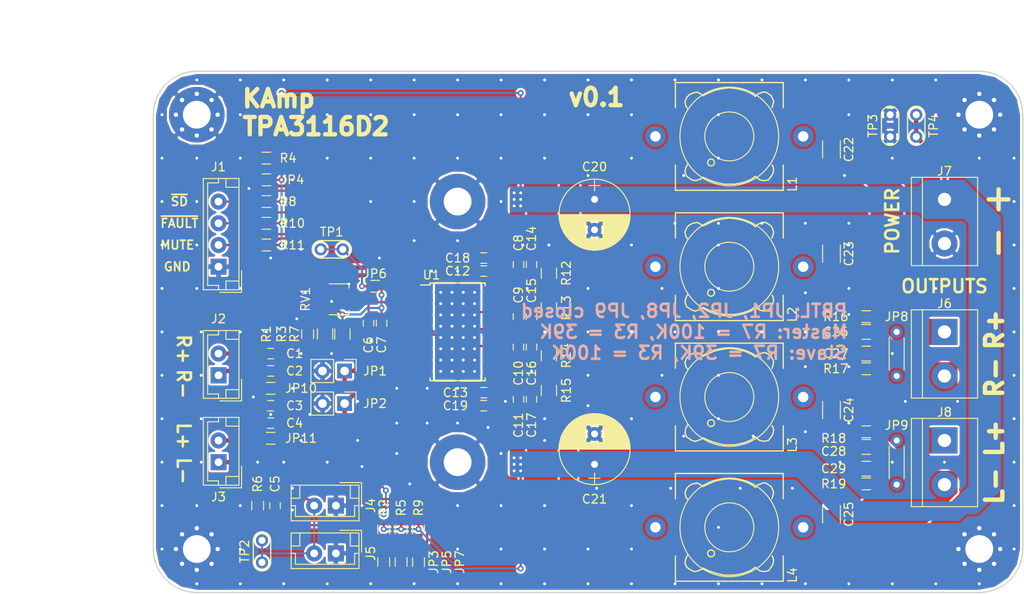
<source format=kicad_pcb>
(kicad_pcb (version 4) (host pcbnew 4.0.6)
  (layers (0 F.Cu signal) (31 B.Cu signal) (34 B.Paste user) (35 F.Paste user) (36 B.SilkS user) (37 F.SilkS user) (38 B.Mask user) (39 F.Mask user) (44 Edge.Cuts user))
  (net 0 "")
  (net 1 "Net-(C1-Pad2)")
  (net 2 "Net-(C1-Pad1)")
  (net 3 "Net-(C2-Pad2)")
  (net 4 "Net-(C2-Pad1)")
  (net 5 "Net-(C3-Pad2)")
  (net 6 "Net-(C3-Pad1)")
  (net 7 "Net-(C4-Pad2)")
  (net 8 "Net-(C4-Pad1)")
  (net 9 GND)
  (net 10 "Net-(C5-Pad1)")
  (net 11 "Net-(C6-Pad1)")
  (net 12 "Net-(C7-Pad1)")
  (net 13 "Net-(C8-Pad2)")
  (net 14 "Net-(C14-Pad2)")
  (net 15 "Net-(C9-Pad2)")
  (net 16 "Net-(C15-Pad2)")
  (net 17 "Net-(C10-Pad2)")
  (net 18 "Net-(C10-Pad1)")
  (net 19 "Net-(C11-Pad2)")
  (net 20 "Net-(C11-Pad1)")
  (net 21 +24V)
  (net 22 "Net-(C14-Pad1)")
  (net 23 "Net-(C15-Pad1)")
  (net 24 "Net-(C16-Pad1)")
  (net 25 "Net-(C17-Pad1)")
  (net 26 "Net-(C26-Pad1)")
  (net 27 "Net-(C27-Pad1)")
  (net 28 "Net-(C28-Pad1)")
  (net 29 "Net-(C29-Pad1)")
  (net 30 /MUTE)
  (net 31 /FAULT)
  (net 32 /SHUTDOWN)
  (net 33 "Net-(JP3-Pad1)")
  (net 34 "Net-(JP4-Pad1)")
  (net 35 "Net-(JP5-Pad1)")
  (net 36 "Net-(JP7-Pad1)")
  (net 37 "Net-(R1-Pad1)")
  (net 38 "Net-(R3-Pad1)")
  (net 39 "Net-(R6-Pad1)")
  (net 40 /OUTPR)
  (net 41 /OUTNR)
  (net 42 /OUTPL)
  (net 43 /OUTNL)
  (module VIA-0.6mm (layer F.Cu) (at 149 70)
    (fp_text reference REF** hide)
    (fp_text value VIA-0.6858mm hide)
    (pad 1 thru_hole circle (at 0 0) (size 0.6858 0.6858) (drill 0.3302) (layers *.Cu) (net 9 GND))
  )
  (module VIA-0.6mm (layer F.Cu) (at 149 65)
    (fp_text reference REF** hide)
    (fp_text value VIA-0.6858mm hide)
    (pad 1 thru_hole circle (at 0 0) (size 0.6858 0.6858) (drill 0.3302) (layers *.Cu) (net 9 GND))
  )
  (module VIA-0.6mm (layer F.Cu) (at 149 60)
    (fp_text reference REF** hide)
    (fp_text value VIA-0.6858mm hide)
    (pad 1 thru_hole circle (at 0 0) (size 0.6858 0.6858) (drill 0.3302) (layers *.Cu) (net 9 GND))
  )
  (module VIA-0.6mm (layer F.Cu) (at 145 60)
    (fp_text reference REF** hide)
    (fp_text value VIA-0.6858mm hide)
    (pad 1 thru_hole circle (at 0 0) (size 0.6858 0.6858) (drill 0.3302) (layers *.Cu) (net 9 GND))
  )
  (module VIA-0.6mm (layer F.Cu) (at 130 55)
    (fp_text reference REF** hide)
    (fp_text value VIA-0.6858mm hide)
    (pad 1 thru_hole circle (at 0 0) (size 0.6858 0.6858) (drill 0.3302) (layers *.Cu) (net 9 GND))
  )
  (module VIA-0.6mm (layer F.Cu) (at 135 60)
    (fp_text reference REF** hide)
    (fp_text value VIA-0.6858mm hide)
    (pad 1 thru_hole circle (at 0 0) (size 0.6858 0.6858) (drill 0.3302) (layers *.Cu) (net 9 GND))
  )
  (module VIA-0.6mm (layer F.Cu) (at 140 55)
    (fp_text reference REF** hide)
    (fp_text value VIA-0.6858mm hide)
    (pad 1 thru_hole circle (at 0 0) (size 0.6858 0.6858) (drill 0.3302) (layers *.Cu) (net 9 GND))
  )
  (module VIA-0.6mm (layer F.Cu) (at 140 51)
    (fp_text reference REF** hide)
    (fp_text value VIA-0.6858mm hide)
    (pad 1 thru_hole circle (at 0 0) (size 0.6858 0.6858) (drill 0.3302) (layers *.Cu) (net 9 GND))
  )
  (module VIA-0.6mm (layer F.Cu) (at 135 51)
    (fp_text reference REF** hide)
    (fp_text value VIA-0.6858mm hide)
    (pad 1 thru_hole circle (at 0 0) (size 0.6858 0.6858) (drill 0.3302) (layers *.Cu) (net 9 GND))
  )
  (module VIA-0.6mm (layer F.Cu) (at 130 51)
    (fp_text reference REF** hide)
    (fp_text value VIA-0.6858mm hide)
    (pad 1 thru_hole circle (at 0 0) (size 0.6858 0.6858) (drill 0.3302) (layers *.Cu) (net 9 GND))
  )
  (module VIA-0.6mm (layer F.Cu) (at 125 51)
    (fp_text reference REF** hide)
    (fp_text value VIA-0.6858mm hide)
    (pad 1 thru_hole circle (at 0 0) (size 0.6858 0.6858) (drill 0.3302) (layers *.Cu) (net 9 GND))
  )
  (module VIA-0.6mm (layer F.Cu) (at 120 51)
    (fp_text reference REF** hide)
    (fp_text value VIA-0.6858mm hide)
    (pad 1 thru_hole circle (at 0 0) (size 0.6858 0.6858) (drill 0.3302) (layers *.Cu) (net 9 GND))
  )
  (module VIA-0.6mm (layer F.Cu) (at 73.5 88)
    (fp_text reference REF** hide)
    (fp_text value VIA-0.6858mm hide)
    (pad 1 thru_hole circle (at 0 0) (size 0.6858 0.6858) (drill 0.3302) (layers *.Cu) (net 9 GND))
  )
  (module VIA-0.6mm (layer F.Cu) (at 68 89.5)
    (fp_text reference REF** hide)
    (fp_text value VIA-0.6858mm hide)
    (pad 1 thru_hole circle (at 0 0) (size 0.6858 0.6858) (drill 0.3302) (layers *.Cu) (net 9 GND))
  )
  (module VIA-0.6mm (layer F.Cu) (at 63.5 89.5)
    (fp_text reference REF** hide)
    (fp_text value VIA-0.6858mm hide)
    (pad 1 thru_hole circle (at 0 0) (size 0.6858 0.6858) (drill 0.3302) (layers *.Cu) (net 9 GND))
  )
  (module VIA-0.6mm (layer F.Cu) (at 61.5 87.5)
    (fp_text reference REF** hide)
    (fp_text value VIA-0.6858mm hide)
    (pad 1 thru_hole circle (at 0 0) (size 0.6858 0.6858) (drill 0.3302) (layers *.Cu) (net 9 GND))
  )
  (module VIA-0.6mm (layer F.Cu) (at 66 86.5)
    (fp_text reference REF** hide)
    (fp_text value VIA-0.6858mm hide)
    (pad 1 thru_hole circle (at 0 0) (size 0.6858 0.6858) (drill 0.3302) (layers *.Cu) (net 9 GND))
  )
  (module VIA-0.6mm (layer F.Cu) (at 67 82.5)
    (fp_text reference REF** hide)
    (fp_text value VIA-0.6858mm hide)
    (pad 1 thru_hole circle (at 0 0) (size 0.6858 0.6858) (drill 0.3302) (layers *.Cu) (net 9 GND))
  )
  (module VIA-0.6mm (layer F.Cu) (at 70.5 82.5)
    (fp_text reference REF** hide)
    (fp_text value VIA-0.6858mm hide)
    (pad 1 thru_hole circle (at 0 0) (size 0.6858 0.6858) (drill 0.3302) (layers *.Cu) (net 9 GND))
  )
  (module VIA-0.6mm (layer F.Cu) (at 63.5 71.5)
    (fp_text reference REF** hide)
    (fp_text value VIA-0.6858mm hide)
    (pad 1 thru_hole circle (at 0 0) (size 0.6858 0.6858) (drill 0.3302) (layers *.Cu) (net 9 GND))
  )
  (module VIA-0.6mm (layer F.Cu) (at 51 75)
    (fp_text reference REF** hide)
    (fp_text value VIA-0.6858mm hide)
    (pad 1 thru_hole circle (at 0 0) (size 0.6858 0.6858) (drill 0.3302) (layers *.Cu) (net 9 GND))
  )
  (module VIA-0.6mm (layer F.Cu) (at 51 70)
    (fp_text reference REF** hide)
    (fp_text value VIA-0.6858mm hide)
    (pad 1 thru_hole circle (at 0 0) (size 0.6858 0.6858) (drill 0.3302) (layers *.Cu) (net 9 GND))
  )
  (module VIA-0.6mm (layer F.Cu) (at 51 65)
    (fp_text reference REF** hide)
    (fp_text value VIA-0.6858mm hide)
    (pad 1 thru_hole circle (at 0 0) (size 0.6858 0.6858) (drill 0.3302) (layers *.Cu) (net 9 GND))
  )
  (module VIA-0.6mm (layer F.Cu) (at 61 63.5)
    (fp_text reference REF** hide)
    (fp_text value VIA-0.6858mm hide)
    (pad 1 thru_hole circle (at 0 0) (size 0.6858 0.6858) (drill 0.3302) (layers *.Cu) (net 9 GND))
  )
  (module VIA-0.6mm (layer F.Cu) (at 55 65)
    (fp_text reference REF** hide)
    (fp_text value VIA-0.6858mm hide)
    (pad 1 thru_hole circle (at 0 0) (size 0.6858 0.6858) (drill 0.3302) (layers *.Cu) (net 9 GND))
  )
  (module VIA-0.6mm (layer F.Cu) (at 55 70)
    (fp_text reference REF** hide)
    (fp_text value VIA-0.6858mm hide)
    (pad 1 thru_hole circle (at 0 0) (size 0.6858 0.6858) (drill 0.3302) (layers *.Cu) (net 9 GND))
  )
  (module VIA-0.6mm (layer F.Cu) (at 55 75)
    (fp_text reference REF** hide)
    (fp_text value VIA-0.6858mm hide)
    (pad 1 thru_hole circle (at 0 0) (size 0.6858 0.6858) (drill 0.3302) (layers *.Cu) (net 9 GND))
  )
  (module VIA-0.6mm (layer F.Cu) (at 60 75)
    (fp_text reference REF** hide)
    (fp_text value VIA-0.6858mm hide)
    (pad 1 thru_hole circle (at 0 0) (size 0.6858 0.6858) (drill 0.3302) (layers *.Cu) (net 9 GND))
  )
  (module VIA-0.6mm (layer F.Cu) (at 67 70.5)
    (fp_text reference REF** hide)
    (fp_text value VIA-0.6858mm hide)
    (pad 1 thru_hole circle (at 0 0) (size 0.6858 0.6858) (drill 0.3302) (layers *.Cu) (net 9 GND))
  )
  (module VIA-0.6mm (layer F.Cu) (at 85 73)
    (fp_text reference REF** hide)
    (fp_text value VIA-0.6858mm hide)
    (pad 1 thru_hole circle (at 0 0) (size 0.6858 0.6858) (drill 0.3302) (layers *.Cu) (net 9 GND))
  )
  (module VIA-0.6mm (layer F.Cu) (at 82 73)
    (fp_text reference REF** hide)
    (fp_text value VIA-0.6858mm hide)
    (pad 1 thru_hole circle (at 0 0) (size 0.6858 0.6858) (drill 0.3302) (layers *.Cu) (net 9 GND))
  )
  (module VIA-0.6mm (layer F.Cu) (at 75 81)
    (fp_text reference REF** hide)
    (fp_text value VIA-0.6858mm hide)
    (pad 1 thru_hole circle (at 0 0) (size 0.6858 0.6858) (drill 0.3302) (layers *.Cu) (net 9 GND))
  )
  (module VIA-0.6mm (layer F.Cu) (at 76 71.5)
    (fp_text reference REF** hide)
    (fp_text value VIA-0.6858mm hide)
    (pad 1 thru_hole circle (at 0 0) (size 0.6858 0.6858) (drill 0.3302) (layers *.Cu) (net 9 GND))
  )
  (module VIA-0.6mm (layer F.Cu) (at 72.5 74.5)
    (fp_text reference REF** hide)
    (fp_text value VIA-0.6858mm hide)
    (pad 1 thru_hole circle (at 0 0) (size 0.6858 0.6858) (drill 0.3302) (layers *.Cu) (net 9 GND))
  )
  (module VIA-0.6mm (layer F.Cu) (at 70.5 76.5)
    (fp_text reference REF** hide)
    (fp_text value VIA-0.6858mm hide)
    (pad 1 thru_hole circle (at 0 0) (size 0.6858 0.6858) (drill 0.3302) (layers *.Cu) (net 9 GND))
  )
  (module VIA-0.6mm (layer F.Cu) (at 67.5 75.5)
    (fp_text reference REF** hide)
    (fp_text value VIA-0.6858mm hide)
    (pad 1 thru_hole circle (at 0 0) (size 0.6858 0.6858) (drill 0.3302) (layers *.Cu) (net 9 GND))
  )
  (module VIA-0.6mm (layer F.Cu) (at 66.5 78.5)
    (fp_text reference REF** hide)
    (fp_text value VIA-0.6858mm hide)
    (pad 1 thru_hole circle (at 0 0) (size 0.6858 0.6858) (drill 0.3302) (layers *.Cu) (net 9 GND))
  )
  (module VIA-0.6mm (layer F.Cu) (at 63 80)
    (fp_text reference REF** hide)
    (fp_text value VIA-0.6858mm hide)
    (pad 1 thru_hole circle (at 0 0) (size 0.6858 0.6858) (drill 0.3302) (layers *.Cu) (net 9 GND))
  )
  (module VIA-0.6mm (layer F.Cu) (at 60 80)
    (fp_text reference REF** hide)
    (fp_text value VIA-0.6858mm hide)
    (pad 1 thru_hole circle (at 0 0) (size 0.6858 0.6858) (drill 0.3302) (layers *.Cu) (net 9 GND))
  )
  (module VIA-0.6mm (layer F.Cu) (at 55.5 85)
    (fp_text reference REF** hide)
    (fp_text value VIA-0.6858mm hide)
    (pad 1 thru_hole circle (at 0 0) (size 0.6858 0.6858) (drill 0.3302) (layers *.Cu) (net 9 GND))
  )
  (module VIA-0.6mm (layer F.Cu) (at 55.5 80)
    (fp_text reference REF** hide)
    (fp_text value VIA-0.6858mm hide)
    (pad 1 thru_hole circle (at 0 0) (size 0.6858 0.6858) (drill 0.3302) (layers *.Cu) (net 9 GND))
  )
  (module VIA-0.6mm (layer F.Cu) (at 51 80)
    (fp_text reference REF** hide)
    (fp_text value VIA-0.6858mm hide)
    (pad 1 thru_hole circle (at 0 0) (size 0.6858 0.6858) (drill 0.3302) (layers *.Cu) (net 9 GND))
  )
  (module VIA-0.6mm (layer F.Cu) (at 51 85)
    (fp_text reference REF** hide)
    (fp_text value VIA-0.6858mm hide)
    (pad 1 thru_hole circle (at 0 0) (size 0.6858 0.6858) (drill 0.3302) (layers *.Cu) (net 9 GND))
  )
  (module VIA-0.6mm (layer F.Cu) (at 51 90)
    (fp_text reference REF** hide)
    (fp_text value VIA-0.6858mm hide)
    (pad 1 thru_hole circle (at 0 0) (size 0.6858 0.6858) (drill 0.3302) (layers *.Cu) (net 9 GND))
  )
  (module VIA-0.6mm (layer F.Cu) (at 55.5 90)
    (fp_text reference REF** hide)
    (fp_text value VIA-0.6858mm hide)
    (pad 1 thru_hole circle (at 0 0) (size 0.6858 0.6858) (drill 0.3302) (layers *.Cu) (net 9 GND))
  )
  (module VIA-0.6mm (layer F.Cu) (at 55.5 95)
    (fp_text reference REF** hide)
    (fp_text value VIA-0.6858mm hide)
    (pad 1 thru_hole circle (at 0 0) (size 0.6858 0.6858) (drill 0.3302) (layers *.Cu) (net 9 GND))
  )
  (module VIA-0.6mm (layer F.Cu) (at 51 95)
    (fp_text reference REF** hide)
    (fp_text value VIA-0.6858mm hide)
    (pad 1 thru_hole circle (at 0 0) (size 0.6858 0.6858) (drill 0.3302) (layers *.Cu) (net 9 GND))
  )
  (module VIA-0.6mm (layer F.Cu) (at 62 95)
    (fp_text reference REF** hide)
    (fp_text value VIA-0.6858mm hide)
    (pad 1 thru_hole circle (at 0 0) (size 0.6858 0.6858) (drill 0.3302) (layers *.Cu) (net 9 GND))
  )
  (module VIA-0.6mm (layer F.Cu) (at 65 95)
    (fp_text reference REF** hide)
    (fp_text value VIA-0.6858mm hide)
    (pad 1 thru_hole circle (at 0 0) (size 0.6858 0.6858) (drill 0.3302) (layers *.Cu) (net 9 GND))
  )
  (module VIA-0.6mm (layer F.Cu) (at 67 92.5)
    (fp_text reference REF** hide)
    (fp_text value VIA-0.6858mm hide)
    (pad 1 thru_hole circle (at 0 0) (size 0.6858 0.6858) (drill 0.3302) (layers *.Cu) (net 9 GND))
  )
  (module VIA-0.6mm (layer F.Cu) (at 70 95)
    (fp_text reference REF** hide)
    (fp_text value VIA-0.6858mm hide)
    (pad 1 thru_hole circle (at 0 0) (size 0.6858 0.6858) (drill 0.3302) (layers *.Cu) (net 9 GND))
  )
  (module VIA-0.6mm (layer F.Cu) (at 73.5 92.5)
    (fp_text reference REF** hide)
    (fp_text value VIA-0.6858mm hide)
    (pad 1 thru_hole circle (at 0 0) (size 0.6858 0.6858) (drill 0.3302) (layers *.Cu) (net 9 GND))
  )
  (module VIA-0.6mm (layer F.Cu) (at 74 95.5)
    (fp_text reference REF** hide)
    (fp_text value VIA-0.6858mm hide)
    (pad 1 thru_hole circle (at 0 0) (size 0.6858 0.6858) (drill 0.3302) (layers *.Cu) (net 9 GND))
  )
  (module VIA-0.6mm (layer F.Cu) (at 74 100)
    (fp_text reference REF** hide)
    (fp_text value VIA-0.6858mm hide)
    (pad 1 thru_hole circle (at 0 0) (size 0.6858 0.6858) (drill 0.3302) (layers *.Cu) (net 9 GND))
  )
  (module VIA-0.6mm (layer F.Cu) (at 66 98)
    (fp_text reference REF** hide)
    (fp_text value VIA-0.6858mm hide)
    (pad 1 thru_hole circle (at 0 0) (size 0.6858 0.6858) (drill 0.3302) (layers *.Cu) (net 9 GND))
  )
  (module VIA-0.6mm (layer F.Cu) (at 66 100.5)
    (fp_text reference REF** hide)
    (fp_text value VIA-0.6858mm hide)
    (pad 1 thru_hole circle (at 0 0) (size 0.6858 0.6858) (drill 0.3302) (layers *.Cu) (net 9 GND))
  )
  (module VIA-0.6mm (layer F.Cu) (at 60 105)
    (fp_text reference REF** hide)
    (fp_text value VIA-0.6858mm hide)
    (pad 1 thru_hole circle (at 0 0) (size 0.6858 0.6858) (drill 0.3302) (layers *.Cu) (net 9 GND))
  )
  (module VIA-0.6mm (layer F.Cu) (at 60 100)
    (fp_text reference REF** hide)
    (fp_text value VIA-0.6858mm hide)
    (pad 1 thru_hole circle (at 0 0) (size 0.6858 0.6858) (drill 0.3302) (layers *.Cu) (net 9 GND))
  )
  (module VIA-0.6mm (layer F.Cu) (at 55 100)
    (fp_text reference REF** hide)
    (fp_text value VIA-0.6858mm hide)
    (pad 1 thru_hole circle (at 0 0) (size 0.6858 0.6858) (drill 0.3302) (layers *.Cu) (net 9 GND))
  )
  (module VIA-0.6mm (layer F.Cu) (at 51 100)
    (fp_text reference REF** hide)
    (fp_text value VIA-0.6858mm hide)
    (pad 1 thru_hole circle (at 0 0) (size 0.6858 0.6858) (drill 0.3302) (layers *.Cu) (net 9 GND))
  )
  (module VIA-0.6mm (layer F.Cu) (at 51 105)
    (fp_text reference REF** hide)
    (fp_text value VIA-0.6858mm hide)
    (pad 1 thru_hole circle (at 0 0) (size 0.6858 0.6858) (drill 0.3302) (layers *.Cu) (net 9 GND))
  )
  (module VIA-0.6mm (layer F.Cu) (at 55 109)
    (fp_text reference REF** hide)
    (fp_text value VIA-0.6858mm hide)
    (pad 1 thru_hole circle (at 0 0) (size 0.6858 0.6858) (drill 0.3302) (layers *.Cu) (net 9 GND))
  )
  (module VIA-0.6mm (layer F.Cu) (at 60 109)
    (fp_text reference REF** hide)
    (fp_text value VIA-0.6858mm hide)
    (pad 1 thru_hole circle (at 0 0) (size 0.6858 0.6858) (drill 0.3302) (layers *.Cu) (net 9 GND))
  )
  (module VIA-0.6mm (layer F.Cu) (at 65 109)
    (fp_text reference REF** hide)
    (fp_text value VIA-0.6858mm hide)
    (pad 1 thru_hole circle (at 0 0) (size 0.6858 0.6858) (drill 0.3302) (layers *.Cu) (net 9 GND))
  )
  (module VIA-0.6mm (layer F.Cu) (at 70 109)
    (fp_text reference REF** hide)
    (fp_text value VIA-0.6858mm hide)
    (pad 1 thru_hole circle (at 0 0) (size 0.6858 0.6858) (drill 0.3302) (layers *.Cu) (net 9 GND))
  )
  (module VIA-0.6mm (layer F.Cu) (at 75 109)
    (fp_text reference REF** hide)
    (fp_text value VIA-0.6858mm hide)
    (pad 1 thru_hole circle (at 0 0) (size 0.6858 0.6858) (drill 0.3302) (layers *.Cu) (net 9 GND))
  )
  (module VIA-0.6mm (layer F.Cu) (at 80 109)
    (fp_text reference REF** hide)
    (fp_text value VIA-0.6858mm hide)
    (pad 1 thru_hole circle (at 0 0) (size 0.6858 0.6858) (drill 0.3302) (layers *.Cu) (net 9 GND))
  )
  (module VIA-0.6mm (layer F.Cu) (at 85 109)
    (fp_text reference REF** hide)
    (fp_text value VIA-0.6858mm hide)
    (pad 1 thru_hole circle (at 0 0) (size 0.6858 0.6858) (drill 0.3302) (layers *.Cu) (net 9 GND))
  )
  (module VIA-0.6mm (layer F.Cu) (at 90 109)
    (fp_text reference REF** hide)
    (fp_text value VIA-0.6858mm hide)
    (pad 1 thru_hole circle (at 0 0) (size 0.6858 0.6858) (drill 0.3302) (layers *.Cu) (net 9 GND))
  )
  (module VIA-0.6mm (layer F.Cu) (at 95 109)
    (fp_text reference REF** hide)
    (fp_text value VIA-0.6858mm hide)
    (pad 1 thru_hole circle (at 0 0) (size 0.6858 0.6858) (drill 0.3302) (layers *.Cu) (net 9 GND))
  )
  (module VIA-0.6mm (layer F.Cu) (at 100 109)
    (fp_text reference REF** hide)
    (fp_text value VIA-0.6858mm hide)
    (pad 1 thru_hole circle (at 0 0) (size 0.6858 0.6858) (drill 0.3302) (layers *.Cu) (net 9 GND))
  )
  (module VIA-0.6mm (layer F.Cu) (at 149 105)
    (fp_text reference REF** hide)
    (fp_text value VIA-0.6858mm hide)
    (pad 1 thru_hole circle (at 0 0) (size 0.6858 0.6858) (drill 0.3302) (layers *.Cu) (net 9 GND))
  )
  (module VIA-0.6mm (layer F.Cu) (at 145 109)
    (fp_text reference REF** hide)
    (fp_text value VIA-0.6858mm hide)
    (pad 1 thru_hole circle (at 0 0) (size 0.6858 0.6858) (drill 0.3302) (layers *.Cu) (net 9 GND))
  )
  (module VIA-0.6mm (layer F.Cu) (at 140 109)
    (fp_text reference REF** hide)
    (fp_text value VIA-0.6858mm hide)
    (pad 1 thru_hole circle (at 0 0) (size 0.6858 0.6858) (drill 0.3302) (layers *.Cu) (net 9 GND))
  )
  (module VIA-0.6mm (layer F.Cu) (at 135 109)
    (fp_text reference REF** hide)
    (fp_text value VIA-0.6858mm hide)
    (pad 1 thru_hole circle (at 0 0) (size 0.6858 0.6858) (drill 0.3302) (layers *.Cu) (net 9 GND))
  )
  (module VIA-0.6mm (layer F.Cu) (at 130 109)
    (fp_text reference REF** hide)
    (fp_text value VIA-0.6858mm hide)
    (pad 1 thru_hole circle (at 0 0) (size 0.6858 0.6858) (drill 0.3302) (layers *.Cu) (net 9 GND))
  )
  (module VIA-0.6mm (layer F.Cu) (at 125 109)
    (fp_text reference REF** hide)
    (fp_text value VIA-0.6858mm hide)
    (pad 1 thru_hole circle (at 0 0) (size 0.6858 0.6858) (drill 0.3302) (layers *.Cu) (net 9 GND))
  )
  (module VIA-0.6mm (layer F.Cu) (at 120 109)
    (fp_text reference REF** hide)
    (fp_text value VIA-0.6858mm hide)
    (pad 1 thru_hole circle (at 0 0) (size 0.6858 0.6858) (drill 0.3302) (layers *.Cu) (net 9 GND))
  )
  (module VIA-0.6mm (layer F.Cu) (at 115 109)
    (fp_text reference REF** hide)
    (fp_text value VIA-0.6858mm hide)
    (pad 1 thru_hole circle (at 0 0) (size 0.6858 0.6858) (drill 0.3302) (layers *.Cu) (net 9 GND))
  )
  (module VIA-0.6mm (layer F.Cu) (at 110 109)
    (fp_text reference REF** hide)
    (fp_text value VIA-0.6858mm hide)
    (pad 1 thru_hole circle (at 0 0) (size 0.6858 0.6858) (drill 0.3302) (layers *.Cu) (net 9 GND))
  )
  (module VIA-0.6mm (layer F.Cu) (at 105 109)
    (fp_text reference REF** hide)
    (fp_text value VIA-0.6858mm hide)
    (pad 1 thru_hole circle (at 0 0) (size 0.6858 0.6858) (drill 0.3302) (layers *.Cu) (net 9 GND))
  )
  (module VIA-0.6mm (layer F.Cu) (at 105 105)
    (fp_text reference REF** hide)
    (fp_text value VIA-0.6858mm hide)
    (pad 1 thru_hole circle (at 0 0) (size 0.6858 0.6858) (drill 0.3302) (layers *.Cu) (net 9 GND))
  )
  (module VIA-0.6mm (layer F.Cu) (at 100 105)
    (fp_text reference REF** hide)
    (fp_text value VIA-0.6858mm hide)
    (pad 1 thru_hole circle (at 0 0) (size 0.6858 0.6858) (drill 0.3302) (layers *.Cu) (net 9 GND))
  )
  (module VIA-0.6mm (layer F.Cu) (at 95 100)
    (fp_text reference REF** hide)
    (fp_text value VIA-0.6858mm hide)
    (pad 1 thru_hole circle (at 0 0) (size 0.6858 0.6858) (drill 0.3302) (layers *.Cu) (net 9 GND))
  )
  (module VIA-0.6mm (layer F.Cu) (at 95 105)
    (fp_text reference REF** hide)
    (fp_text value VIA-0.6858mm hide)
    (pad 1 thru_hole circle (at 0 0) (size 0.6858 0.6858) (drill 0.3302) (layers *.Cu) (net 9 GND))
  )
  (module VIA-0.6mm (layer F.Cu) (at 90 105)
    (fp_text reference REF** hide)
    (fp_text value VIA-0.6858mm hide)
    (pad 1 thru_hole circle (at 0 0) (size 0.6858 0.6858) (drill 0.3302) (layers *.Cu) (net 9 GND))
  )
  (module VIA-0.6mm (layer F.Cu) (at 85 105)
    (fp_text reference REF** hide)
    (fp_text value VIA-0.6858mm hide)
    (pad 1 thru_hole circle (at 0 0) (size 0.6858 0.6858) (drill 0.3302) (layers *.Cu) (net 9 GND))
  )
  (module VIA-0.6mm (layer F.Cu) (at 79.5 97.5)
    (fp_text reference REF** hide)
    (fp_text value VIA-0.6858mm hide)
    (pad 1 thru_hole circle (at 0 0) (size 0.6858 0.6858) (drill 0.3302) (layers *.Cu) (net 9 GND))
  )
  (module VIA-0.6mm (layer F.Cu) (at 85 100)
    (fp_text reference REF** hide)
    (fp_text value VIA-0.6858mm hide)
    (pad 1 thru_hole circle (at 0 0) (size 0.6858 0.6858) (drill 0.3302) (layers *.Cu) (net 9 GND))
  )
  (module VIA-0.6mm (layer F.Cu) (at 90 100)
    (fp_text reference REF** hide)
    (fp_text value VIA-0.6858mm hide)
    (pad 1 thru_hole circle (at 0 0) (size 0.6858 0.6858) (drill 0.3302) (layers *.Cu) (net 9 GND))
  )
  (module VIA-0.6mm (layer F.Cu) (at 90 94)
    (fp_text reference REF** hide)
    (fp_text value VIA-0.6858mm hide)
    (pad 1 thru_hole circle (at 0 0) (size 0.6858 0.6858) (drill 0.3302) (layers *.Cu) (net 9 GND))
  )
  (module VIA-0.6mm (layer F.Cu) (at 88.5 91)
    (fp_text reference REF** hide)
    (fp_text value VIA-0.6858mm hide)
    (pad 1 thru_hole circle (at 0 0) (size 0.6858 0.6858) (drill 0.3302) (layers *.Cu) (net 9 GND))
  )
  (module VIA-0.6mm (layer F.Cu) (at 78 94)
    (fp_text reference REF** hide)
    (fp_text value VIA-0.6858mm hide)
    (pad 1 thru_hole circle (at 0 0) (size 0.6858 0.6858) (drill 0.3302) (layers *.Cu) (net 9 GND))
  )
  (module VIA-0.6mm (layer F.Cu) (at 85 90.5)
    (fp_text reference REF** hide)
    (fp_text value VIA-0.6858mm hide)
    (pad 1 thru_hole circle (at 0 0) (size 0.6858 0.6858) (drill 0.3302) (layers *.Cu) (net 9 GND))
  )
  (module VIA-0.6mm (layer F.Cu) (at 81.5 90.5)
    (fp_text reference REF** hide)
    (fp_text value VIA-0.6858mm hide)
    (pad 1 thru_hole circle (at 0 0) (size 0.6858 0.6858) (drill 0.3302) (layers *.Cu) (net 9 GND))
  )
  (module VIA-0.6mm (layer F.Cu) (at 78 90.5)
    (fp_text reference REF** hide)
    (fp_text value VIA-0.6858mm hide)
    (pad 1 thru_hole circle (at 0 0) (size 0.6858 0.6858) (drill 0.3302) (layers *.Cu) (net 9 GND))
  )
  (module VIA-0.6mm (layer F.Cu) (at 78 86.5)
    (fp_text reference REF** hide)
    (fp_text value VIA-0.6858mm hide)
    (pad 1 thru_hole circle (at 0 0) (size 0.6858 0.6858) (drill 0.3302) (layers *.Cu) (net 9 GND))
  )
  (module VIA-0.6mm (layer F.Cu) (at 81.5 86.5)
    (fp_text reference REF** hide)
    (fp_text value VIA-0.6858mm hide)
    (pad 1 thru_hole circle (at 0 0) (size 0.6858 0.6858) (drill 0.3302) (layers *.Cu) (net 9 GND))
  )
  (module VIA-0.6mm (layer F.Cu) (at 85 86.5)
    (fp_text reference REF** hide)
    (fp_text value VIA-0.6858mm hide)
    (pad 1 thru_hole circle (at 0 0) (size 0.6858 0.6858) (drill 0.3302) (layers *.Cu) (net 9 GND))
  )
  (module VIA-0.6mm (layer F.Cu) (at 90.5 88)
    (fp_text reference REF** hide)
    (fp_text value VIA-0.6858mm hide)
    (pad 1 thru_hole circle (at 0 0) (size 0.6858 0.6858) (drill 0.3302) (layers *.Cu) (net 9 GND))
  )
  (module VIA-0.6mm (layer F.Cu) (at 95 92.5)
    (fp_text reference REF** hide)
    (fp_text value VIA-0.6858mm hide)
    (pad 1 thru_hole circle (at 0 0) (size 0.6858 0.6858) (drill 0.3302) (layers *.Cu) (net 9 GND))
  )
  (module VIA-0.6mm (layer F.Cu) (at 95 90)
    (fp_text reference REF** hide)
    (fp_text value VIA-0.6858mm hide)
    (pad 1 thru_hole circle (at 0 0) (size 0.6858 0.6858) (drill 0.3302) (layers *.Cu) (net 9 GND))
  )
  (module VIA-0.6mm (layer F.Cu) (at 93.5 84.5)
    (fp_text reference REF** hide)
    (fp_text value VIA-0.6858mm hide)
    (pad 1 thru_hole circle (at 0 0) (size 0.6858 0.6858) (drill 0.3302) (layers *.Cu) (net 9 GND))
  )
  (module VIA-0.6mm (layer F.Cu) (at 100 85)
    (fp_text reference REF** hide)
    (fp_text value VIA-0.6858mm hide)
    (pad 1 thru_hole circle (at 0 0) (size 0.6858 0.6858) (drill 0.3302) (layers *.Cu) (net 9 GND))
  )
  (module VIA-0.6mm (layer F.Cu) (at 100 88.5)
    (fp_text reference REF** hide)
    (fp_text value VIA-0.6858mm hide)
    (pad 1 thru_hole circle (at 0 0) (size 0.6858 0.6858) (drill 0.3302) (layers *.Cu) (net 9 GND))
  )
  (module VIA-0.6mm (layer F.Cu) (at 105 90)
    (fp_text reference REF** hide)
    (fp_text value VIA-0.6858mm hide)
    (pad 1 thru_hole circle (at 0 0) (size 0.6858 0.6858) (drill 0.3302) (layers *.Cu) (net 9 GND))
  )
  (module VIA-0.6mm (layer F.Cu) (at 101 98)
    (fp_text reference REF** hide)
    (fp_text value VIA-0.6858mm hide)
    (pad 1 thru_hole circle (at 0 0) (size 0.6858 0.6858) (drill 0.3302) (layers *.Cu) (net 9 GND))
  )
  (module VIA-0.6mm (layer F.Cu) (at 105 100)
    (fp_text reference REF** hide)
    (fp_text value VIA-0.6858mm hide)
    (pad 1 thru_hole circle (at 0 0) (size 0.6858 0.6858) (drill 0.3302) (layers *.Cu) (net 9 GND))
  )
  (module VIA-0.6mm (layer F.Cu) (at 109.5 98)
    (fp_text reference REF** hide)
    (fp_text value VIA-0.6858mm hide)
    (pad 1 thru_hole circle (at 0 0) (size 0.6858 0.6858) (drill 0.3302) (layers *.Cu) (net 9 GND))
  )
  (module VIA-0.6mm (layer F.Cu) (at 115 102.5)
    (fp_text reference REF** hide)
    (fp_text value VIA-0.6858mm hide)
    (pad 1 thru_hole circle (at 0 0) (size 0.6858 0.6858) (drill 0.3302) (layers *.Cu) (net 9 GND))
  )
  (module VIA-0.6mm (layer F.Cu) (at 123.5 98)
    (fp_text reference REF** hide)
    (fp_text value VIA-0.6858mm hide)
    (pad 1 thru_hole circle (at 0 0) (size 0.6858 0.6858) (drill 0.3302) (layers *.Cu) (net 9 GND))
  )
  (module VIA-0.6mm (layer F.Cu) (at 117.5 98)
    (fp_text reference REF** hide)
    (fp_text value VIA-0.6858mm hide)
    (pad 1 thru_hole circle (at 0 0) (size 0.6858 0.6858) (drill 0.3302) (layers *.Cu) (net 9 GND))
  )
  (module VIA-0.6mm (layer F.Cu) (at 111 92)
    (fp_text reference REF** hide)
    (fp_text value VIA-0.6858mm hide)
    (pad 1 thru_hole circle (at 0 0) (size 0.6858 0.6858) (drill 0.3302) (layers *.Cu) (net 9 GND))
  )
  (module VIA-0.6mm (layer F.Cu) (at 115 90)
    (fp_text reference REF** hide)
    (fp_text value VIA-0.6858mm hide)
    (pad 1 thru_hole circle (at 0 0) (size 0.6858 0.6858) (drill 0.3302) (layers *.Cu) (net 9 GND))
  )
  (module VIA-0.6mm (layer F.Cu) (at 119 92)
    (fp_text reference REF** hide)
    (fp_text value VIA-0.6858mm hide)
    (pad 1 thru_hole circle (at 0 0) (size 0.6858 0.6858) (drill 0.3302) (layers *.Cu) (net 9 GND))
  )
  (module VIA-0.6mm (layer F.Cu) (at 125 91.5)
    (fp_text reference REF** hide)
    (fp_text value VIA-0.6858mm hide)
    (pad 1 thru_hole circle (at 0 0) (size 0.6858 0.6858) (drill 0.3302) (layers *.Cu) (net 9 GND))
  )
  (module VIA-0.6mm (layer F.Cu) (at 130 90.5)
    (fp_text reference REF** hide)
    (fp_text value VIA-0.6858mm hide)
    (pad 1 thru_hole circle (at 0 0) (size 0.6858 0.6858) (drill 0.3302) (layers *.Cu) (net 9 GND))
  )
  (module VIA-0.6mm (layer F.Cu) (at 129 95)
    (fp_text reference REF** hide)
    (fp_text value VIA-0.6858mm hide)
    (pad 1 thru_hole circle (at 0 0) (size 0.6858 0.6858) (drill 0.3302) (layers *.Cu) (net 9 GND))
  )
  (module VIA-0.6mm (layer F.Cu) (at 135 95)
    (fp_text reference REF** hide)
    (fp_text value VIA-0.6858mm hide)
    (pad 1 thru_hole circle (at 0 0) (size 0.6858 0.6858) (drill 0.3302) (layers *.Cu) (net 9 GND))
  )
  (module VIA-0.6mm (layer F.Cu) (at 141 95)
    (fp_text reference REF** hide)
    (fp_text value VIA-0.6858mm hide)
    (pad 1 thru_hole circle (at 0 0) (size 0.6858 0.6858) (drill 0.3302) (layers *.Cu) (net 9 GND))
  )
  (module VIA-0.6mm (layer F.Cu) (at 149 100)
    (fp_text reference REF** hide)
    (fp_text value VIA-0.6858mm hide)
    (pad 1 thru_hole circle (at 0 0) (size 0.6858 0.6858) (drill 0.3302) (layers *.Cu) (net 9 GND))
  )
  (module VIA-0.6mm (layer F.Cu) (at 149 95)
    (fp_text reference REF** hide)
    (fp_text value VIA-0.6858mm hide)
    (pad 1 thru_hole circle (at 0 0) (size 0.6858 0.6858) (drill 0.3302) (layers *.Cu) (net 9 GND))
  )
  (module VIA-0.6mm (layer F.Cu) (at 149 90)
    (fp_text reference REF** hide)
    (fp_text value VIA-0.6858mm hide)
    (pad 1 thru_hole circle (at 0 0) (size 0.6858 0.6858) (drill 0.3302) (layers *.Cu) (net 9 GND))
  )
  (module VIA-0.6mm (layer F.Cu) (at 149 85)
    (fp_text reference REF** hide)
    (fp_text value VIA-0.6858mm hide)
    (pad 1 thru_hole circle (at 0 0) (size 0.6858 0.6858) (drill 0.3302) (layers *.Cu) (net 9 GND))
  )
  (module VIA-0.6mm (layer F.Cu) (at 149 80)
    (fp_text reference REF** hide)
    (fp_text value VIA-0.6858mm hide)
    (pad 1 thru_hole circle (at 0 0) (size 0.6858 0.6858) (drill 0.3302) (layers *.Cu) (net 9 GND))
  )
  (module VIA-0.6mm (layer F.Cu) (at 149 75)
    (fp_text reference REF** hide)
    (fp_text value VIA-0.6858mm hide)
    (pad 1 thru_hole circle (at 0 0) (size 0.6858 0.6858) (drill 0.3302) (layers *.Cu) (net 9 GND))
  )
  (module VIA-0.6mm (layer F.Cu) (at 140 75)
    (fp_text reference REF** hide)
    (fp_text value VIA-0.6858mm hide)
    (pad 1 thru_hole circle (at 0 0) (size 0.6858 0.6858) (drill 0.3302) (layers *.Cu) (net 9 GND))
  )
  (module VIA-0.6mm (layer F.Cu) (at 142.5 88)
    (fp_text reference REF** hide)
    (fp_text value VIA-0.6858mm hide)
    (pad 1 thru_hole circle (at 0 0) (size 0.6858 0.6858) (drill 0.3302) (layers *.Cu) (net 9 GND))
  )
  (module VIA-0.6mm (layer F.Cu) (at 136.5 88)
    (fp_text reference REF** hide)
    (fp_text value VIA-0.6858mm hide)
    (pad 1 thru_hole circle (at 0 0) (size 0.6858 0.6858) (drill 0.3302) (layers *.Cu) (net 9 GND))
  )
  (module VIA-0.6mm (layer F.Cu) (at 135 82.5)
    (fp_text reference REF** hide)
    (fp_text value VIA-0.6858mm hide)
    (pad 1 thru_hole circle (at 0 0) (size 0.6858 0.6858) (drill 0.3302) (layers *.Cu) (net 9 GND))
  )
  (module VIA-0.6mm (layer F.Cu) (at 125 84)
    (fp_text reference REF** hide)
    (fp_text value VIA-0.6858mm hide)
    (pad 1 thru_hole circle (at 0 0) (size 0.6858 0.6858) (drill 0.3302) (layers *.Cu) (net 9 GND))
  )
  (module VIA-0.6mm (layer F.Cu) (at 130 84)
    (fp_text reference REF** hide)
    (fp_text value VIA-0.6858mm hide)
    (pad 1 thru_hole circle (at 0 0) (size 0.6858 0.6858) (drill 0.3302) (layers *.Cu) (net 9 GND))
  )
  (module VIA-0.6mm (layer F.Cu) (at 130 78)
    (fp_text reference REF** hide)
    (fp_text value VIA-0.6858mm hide)
    (pad 1 thru_hole circle (at 0 0) (size 0.6858 0.6858) (drill 0.3302) (layers *.Cu) (net 9 GND))
  )
  (module VIA-0.6mm (layer F.Cu) (at 130 75)
    (fp_text reference REF** hide)
    (fp_text value VIA-0.6858mm hide)
    (pad 1 thru_hole circle (at 0 0) (size 0.6858 0.6858) (drill 0.3302) (layers *.Cu) (net 9 GND))
  )
  (module VIA-0.6mm (layer F.Cu) (at 129.5 62)
    (fp_text reference REF** hide)
    (fp_text value VIA-0.6858mm hide)
    (pad 1 thru_hole circle (at 0 0) (size 0.6858 0.6858) (drill 0.3302) (layers *.Cu) (net 9 GND))
  )
  (module VIA-0.6mm (layer F.Cu) (at 130 70)
    (fp_text reference REF** hide)
    (fp_text value VIA-0.6858mm hide)
    (pad 1 thru_hole circle (at 0 0) (size 0.6858 0.6858) (drill 0.3302) (layers *.Cu) (net 9 GND))
  )
  (module VIA-0.6mm (layer F.Cu) (at 130 67.5)
    (fp_text reference REF** hide)
    (fp_text value VIA-0.6858mm hide)
    (pad 1 thru_hole circle (at 0 0) (size 0.6858 0.6858) (drill 0.3302) (layers *.Cu) (net 9 GND))
  )
  (module VIA-0.6mm (layer F.Cu) (at 125 67.5)
    (fp_text reference REF** hide)
    (fp_text value VIA-0.6858mm hide)
    (pad 1 thru_hole circle (at 0 0) (size 0.6858 0.6858) (drill 0.3302) (layers *.Cu) (net 9 GND))
  )
  (module VIA-0.6mm (layer F.Cu) (at 120 67.5)
    (fp_text reference REF** hide)
    (fp_text value VIA-0.6858mm hide)
    (pad 1 thru_hole circle (at 0 0) (size 0.6858 0.6858) (drill 0.3302) (layers *.Cu) (net 9 GND))
  )
  (module VIA-0.6mm (layer F.Cu) (at 110 67.5)
    (fp_text reference REF** hide)
    (fp_text value VIA-0.6858mm hide)
    (pad 1 thru_hole circle (at 0 0) (size 0.6858 0.6858) (drill 0.3302) (layers *.Cu) (net 9 GND))
  )
  (module VIA-0.6mm (layer F.Cu) (at 115 67.5)
    (fp_text reference REF** hide)
    (fp_text value VIA-0.6858mm hide)
    (pad 1 thru_hole circle (at 0 0) (size 0.6858 0.6858) (drill 0.3302) (layers *.Cu) (net 9 GND))
  )
  (module VIA-0.6mm (layer F.Cu) (at 115 70)
    (fp_text reference REF** hide)
    (fp_text value VIA-0.6858mm hide)
    (pad 1 thru_hole circle (at 0 0) (size 0.6858 0.6858) (drill 0.3302) (layers *.Cu) (net 9 GND))
  )
  (module VIA-0.6mm (layer F.Cu) (at 115 75)
    (fp_text reference REF** hide)
    (fp_text value VIA-0.6858mm hide)
    (pad 1 thru_hole circle (at 0 0) (size 0.6858 0.6858) (drill 0.3302) (layers *.Cu) (net 9 GND))
  )
  (module VIA-0.6mm (layer F.Cu) (at 125 75.5)
    (fp_text reference REF** hide)
    (fp_text value VIA-0.6858mm hide)
    (pad 1 thru_hole circle (at 0 0) (size 0.6858 0.6858) (drill 0.3302) (layers *.Cu) (net 9 GND))
  )
  (module VIA-0.6mm (layer F.Cu) (at 125 80)
    (fp_text reference REF** hide)
    (fp_text value VIA-0.6858mm hide)
    (pad 1 thru_hole circle (at 0 0) (size 0.6858 0.6858) (drill 0.3302) (layers *.Cu) (net 9 GND))
  )
  (module VIA-0.6mm (layer F.Cu) (at 120 80)
    (fp_text reference REF** hide)
    (fp_text value VIA-0.6858mm hide)
    (pad 1 thru_hole circle (at 0 0) (size 0.6858 0.6858) (drill 0.3302) (layers *.Cu) (net 9 GND))
  )
  (module VIA-0.6mm (layer F.Cu) (at 115 80)
    (fp_text reference REF** hide)
    (fp_text value VIA-0.6858mm hide)
    (pad 1 thru_hole circle (at 0 0) (size 0.6858 0.6858) (drill 0.3302) (layers *.Cu) (net 9 GND))
  )
  (module VIA-0.6mm (layer F.Cu) (at 115 85)
    (fp_text reference REF** hide)
    (fp_text value VIA-0.6858mm hide)
    (pad 1 thru_hole circle (at 0 0) (size 0.6858 0.6858) (drill 0.3302) (layers *.Cu) (net 9 GND))
  )
  (module VIA-0.6mm (layer F.Cu) (at 108.5 85)
    (fp_text reference REF** hide)
    (fp_text value VIA-0.6858mm hide)
    (pad 1 thru_hole circle (at 0 0) (size 0.6858 0.6858) (drill 0.3302) (layers *.Cu) (net 9 GND))
  )
  (module VIA-0.6mm (layer F.Cu) (at 110 80)
    (fp_text reference REF** hide)
    (fp_text value VIA-0.6858mm hide)
    (pad 1 thru_hole circle (at 0 0) (size 0.6858 0.6858) (drill 0.3302) (layers *.Cu) (net 9 GND))
  )
  (module VIA-0.6mm (layer F.Cu) (at 108.5 75)
    (fp_text reference REF** hide)
    (fp_text value VIA-0.6858mm hide)
    (pad 1 thru_hole circle (at 0 0) (size 0.6858 0.6858) (drill 0.3302) (layers *.Cu) (net 9 GND))
  )
  (module VIA-0.6mm (layer F.Cu) (at 105 80)
    (fp_text reference REF** hide)
    (fp_text value VIA-0.6858mm hide)
    (pad 1 thru_hole circle (at 0 0) (size 0.6858 0.6858) (drill 0.3302) (layers *.Cu) (net 9 GND))
  )
  (module VIA-0.6mm (layer F.Cu) (at 100 80)
    (fp_text reference REF** hide)
    (fp_text value VIA-0.6858mm hide)
    (pad 1 thru_hole circle (at 0 0) (size 0.6858 0.6858) (drill 0.3302) (layers *.Cu) (net 9 GND))
  )
  (module VIA-0.6mm (layer F.Cu) (at 95 80)
    (fp_text reference REF** hide)
    (fp_text value VIA-0.6858mm hide)
    (pad 1 thru_hole circle (at 0 0) (size 0.6858 0.6858) (drill 0.3302) (layers *.Cu) (net 9 GND))
  )
  (module VIA-0.6mm (layer F.Cu) (at 93 75)
    (fp_text reference REF** hide)
    (fp_text value VIA-0.6858mm hide)
    (pad 1 thru_hole circle (at 0 0) (size 0.6858 0.6858) (drill 0.3302) (layers *.Cu) (net 9 GND))
  )
  (module VIA-0.6mm (layer F.Cu) (at 100 75)
    (fp_text reference REF** hide)
    (fp_text value VIA-0.6858mm hide)
    (pad 1 thru_hole circle (at 0 0) (size 0.6858 0.6858) (drill 0.3302) (layers *.Cu) (net 9 GND))
  )
  (module VIA-0.6mm (layer F.Cu) (at 105 70)
    (fp_text reference REF** hide)
    (fp_text value VIA-0.6858mm hide)
    (pad 1 thru_hole circle (at 0 0) (size 0.6858 0.6858) (drill 0.3302) (layers *.Cu) (net 9 GND))
  )
  (module VIA-0.6mm (layer F.Cu) (at 92.5 70)
    (fp_text reference REF** hide)
    (fp_text value VIA-0.6858mm hide)
    (pad 1 thru_hole circle (at 0 0) (size 0.6858 0.6858) (drill 0.3302) (layers *.Cu) (net 9 GND))
  )
  (module VIA-0.6mm (layer F.Cu) (at 95.5 70)
    (fp_text reference REF** hide)
    (fp_text value VIA-0.6858mm hide)
    (pad 1 thru_hole circle (at 0 0) (size 0.6858 0.6858) (drill 0.3302) (layers *.Cu) (net 9 GND))
  )
  (module VIA-0.6mm (layer F.Cu) (at 100 62)
    (fp_text reference REF** hide)
    (fp_text value VIA-0.6858mm hide)
    (pad 1 thru_hole circle (at 0 0) (size 0.6858 0.6858) (drill 0.3302) (layers *.Cu) (net 9 GND))
  )
  (module VIA-0.6mm (layer F.Cu) (at 105 60)
    (fp_text reference REF** hide)
    (fp_text value VIA-0.6858mm hide)
    (pad 1 thru_hole circle (at 0 0) (size 0.6858 0.6858) (drill 0.3302) (layers *.Cu) (net 9 GND))
  )
  (module VIA-0.6mm (layer F.Cu) (at 111 62)
    (fp_text reference REF** hide)
    (fp_text value VIA-0.6858mm hide)
    (pad 1 thru_hole circle (at 0 0) (size 0.6858 0.6858) (drill 0.3302) (layers *.Cu) (net 9 GND))
  )
  (module VIA-0.6mm (layer F.Cu) (at 115 60)
    (fp_text reference REF** hide)
    (fp_text value VIA-0.6858mm hide)
    (pad 1 thru_hole circle (at 0 0) (size 0.6858 0.6858) (drill 0.3302) (layers *.Cu) (net 9 GND))
  )
  (module VIA-0.6mm (layer F.Cu) (at 115 55)
    (fp_text reference REF** hide)
    (fp_text value VIA-0.6858mm hide)
    (pad 1 thru_hole circle (at 0 0) (size 0.6858 0.6858) (drill 0.3302) (layers *.Cu) (net 9 GND))
  )
  (module VIA-0.6mm (layer F.Cu) (at 115 51)
    (fp_text reference REF** hide)
    (fp_text value VIA-0.6858mm hide)
    (pad 1 thru_hole circle (at 0 0) (size 0.6858 0.6858) (drill 0.3302) (layers *.Cu) (net 9 GND))
  )
  (module VIA-0.6mm (layer F.Cu) (at 110 51)
    (fp_text reference REF** hide)
    (fp_text value VIA-0.6858mm hide)
    (pad 1 thru_hole circle (at 0 0) (size 0.6858 0.6858) (drill 0.3302) (layers *.Cu) (net 9 GND))
  )
  (module VIA-0.6mm (layer F.Cu) (at 105 51)
    (fp_text reference REF** hide)
    (fp_text value VIA-0.6858mm hide)
    (pad 1 thru_hole circle (at 0 0) (size 0.6858 0.6858) (drill 0.3302) (layers *.Cu) (net 9 GND))
  )
  (module VIA-0.6mm (layer F.Cu) (at 105 55)
    (fp_text reference REF** hide)
    (fp_text value VIA-0.6858mm hide)
    (pad 1 thru_hole circle (at 0 0) (size 0.6858 0.6858) (drill 0.3302) (layers *.Cu) (net 9 GND))
  )
  (module VIA-0.6mm (layer F.Cu) (at 100 55)
    (fp_text reference REF** hide)
    (fp_text value VIA-0.6858mm hide)
    (pad 1 thru_hole circle (at 0 0) (size 0.6858 0.6858) (drill 0.3302) (layers *.Cu) (net 9 GND))
  )
  (module VIA-0.6mm (layer F.Cu) (at 100 51)
    (fp_text reference REF** hide)
    (fp_text value VIA-0.6858mm hide)
    (pad 1 thru_hole circle (at 0 0) (size 0.6858 0.6858) (drill 0.3302) (layers *.Cu) (net 9 GND))
  )
  (module VIA-0.6mm (layer F.Cu) (at 95 51)
    (fp_text reference REF** hide)
    (fp_text value VIA-0.6858mm hide)
    (pad 1 thru_hole circle (at 0 0) (size 0.6858 0.6858) (drill 0.3302) (layers *.Cu) (net 9 GND))
  )
  (module VIA-0.6mm (layer F.Cu) (at 80 51)
    (fp_text reference REF** hide)
    (fp_text value VIA-0.6858mm hide)
    (pad 1 thru_hole circle (at 0 0) (size 0.6858 0.6858) (drill 0.3302) (layers *.Cu) (net 9 GND))
  )
  (module VIA-0.6mm (layer F.Cu) (at 85 51)
    (fp_text reference REF** hide)
    (fp_text value VIA-0.6858mm hide)
    (pad 1 thru_hole circle (at 0 0) (size 0.6858 0.6858) (drill 0.3302) (layers *.Cu) (net 9 GND))
  )
  (module VIA-0.6mm (layer F.Cu) (at 90 51)
    (fp_text reference REF** hide)
    (fp_text value VIA-0.6858mm hide)
    (pad 1 thru_hole circle (at 0 0) (size 0.6858 0.6858) (drill 0.3302) (layers *.Cu) (net 9 GND))
  )
  (module VIA-0.6mm (layer F.Cu) (at 90 55)
    (fp_text reference REF** hide)
    (fp_text value VIA-0.6858mm hide)
    (pad 1 thru_hole circle (at 0 0) (size 0.6858 0.6858) (drill 0.3302) (layers *.Cu) (net 9 GND))
  )
  (module VIA-0.6mm (layer F.Cu) (at 95 55)
    (fp_text reference REF** hide)
    (fp_text value VIA-0.6858mm hide)
    (pad 1 thru_hole circle (at 0 0) (size 0.6858 0.6858) (drill 0.3302) (layers *.Cu) (net 9 GND))
  )
  (module VIA-0.6mm (layer F.Cu) (at 95 60)
    (fp_text reference REF** hide)
    (fp_text value VIA-0.6858mm hide)
    (pad 1 thru_hole circle (at 0 0) (size 0.6858 0.6858) (drill 0.3302) (layers *.Cu) (net 9 GND))
  )
  (module VIA-0.6mm (layer F.Cu) (at 90 60)
    (fp_text reference REF** hide)
    (fp_text value VIA-0.6858mm hide)
    (pad 1 thru_hole circle (at 0 0) (size 0.6858 0.6858) (drill 0.3302) (layers *.Cu) (net 9 GND))
  )
  (module VIA-0.6mm (layer F.Cu) (at 90 65)
    (fp_text reference REF** hide)
    (fp_text value VIA-0.6858mm hide)
    (pad 1 thru_hole circle (at 0 0) (size 0.6858 0.6858) (drill 0.3302) (layers *.Cu) (net 9 GND))
  )
  (module VIA-0.6mm (layer F.Cu) (at 85 69.5)
    (fp_text reference REF** hide)
    (fp_text value VIA-0.6858mm hide)
    (pad 1 thru_hole circle (at 0 0) (size 0.6858 0.6858) (drill 0.3302) (layers *.Cu) (net 9 GND))
  )
  (module VIA-0.6mm (layer F.Cu) (at 80 69.5)
    (fp_text reference REF** hide)
    (fp_text value VIA-0.6858mm hide)
    (pad 1 thru_hole circle (at 0 0) (size 0.6858 0.6858) (drill 0.3302) (layers *.Cu) (net 9 GND))
  )
  (module VIA-0.6mm (layer F.Cu) (at 80 55)
    (fp_text reference REF** hide)
    (fp_text value VIA-0.6858mm hide)
    (pad 1 thru_hole circle (at 0 0) (size 0.6858 0.6858) (drill 0.3302) (layers *.Cu) (net 9 GND))
  )
  (module VIA-0.6mm (layer F.Cu) (at 85 55)
    (fp_text reference REF** hide)
    (fp_text value VIA-0.6858mm hide)
    (pad 1 thru_hole circle (at 0 0) (size 0.6858 0.6858) (drill 0.3302) (layers *.Cu) (net 9 GND))
  )
  (module VIA-0.6mm (layer F.Cu) (at 85 60)
    (fp_text reference REF** hide)
    (fp_text value VIA-0.6858mm hide)
    (pad 1 thru_hole circle (at 0 0) (size 0.6858 0.6858) (drill 0.3302) (layers *.Cu) (net 9 GND))
  )
  (module VIA-0.6mm (layer F.Cu) (at 80 60)
    (fp_text reference REF** hide)
    (fp_text value VIA-0.6858mm hide)
    (pad 1 thru_hole circle (at 0 0) (size 0.6858 0.6858) (drill 0.3302) (layers *.Cu) (net 9 GND))
  )
  (module VIA-0.6mm (layer F.Cu) (at 66 62.5)
    (fp_text reference REF** hide)
    (fp_text value VIA-0.6858mm hide)
    (pad 1 thru_hole circle (at 0 0) (size 0.6858 0.6858) (drill 0.3302) (layers *.Cu) (net 9 GND))
  )
  (module VIA-0.6mm (layer F.Cu) (at 80 65)
    (fp_text reference REF** hide)
    (fp_text value VIA-0.6858mm hide)
    (pad 1 thru_hole circle (at 0 0) (size 0.6858 0.6858) (drill 0.3302) (layers *.Cu) (net 9 GND))
  )
  (module VIA-0.6mm (layer F.Cu) (at 75 65)
    (fp_text reference REF** hide)
    (fp_text value VIA-0.6858mm hide)
    (pad 1 thru_hole circle (at 0 0) (size 0.6858 0.6858) (drill 0.3302) (layers *.Cu) (net 9 GND))
  )
  (module VIA-0.6mm (layer F.Cu) (at 75 60)
    (fp_text reference REF** hide)
    (fp_text value VIA-0.6858mm hide)
    (pad 1 thru_hole circle (at 0 0) (size 0.6858 0.6858) (drill 0.3302) (layers *.Cu) (net 9 GND))
  )
  (module VIA-0.6mm (layer F.Cu) (at 75 55)
    (fp_text reference REF** hide)
    (fp_text value VIA-0.6858mm hide)
    (pad 1 thru_hole circle (at 0 0) (size 0.6858 0.6858) (drill 0.3302) (layers *.Cu) (net 9 GND))
  )
  (module VIA-0.6mm (layer F.Cu) (at 75 51)
    (fp_text reference REF** hide)
    (fp_text value VIA-0.6858mm hide)
    (pad 1 thru_hole circle (at 0 0) (size 0.6858 0.6858) (drill 0.3302) (layers *.Cu) (net 9 GND))
  )
  (module VIA-0.6mm (layer F.Cu) (at 55 51)
    (fp_text reference REF** hide)
    (fp_text value VIA-0.6858mm hide)
    (pad 1 thru_hole circle (at 0 0) (size 0.6858 0.6858) (drill 0.3302) (layers *.Cu) (net 9 GND))
  )
  (module VIA-0.6mm (layer F.Cu) (at 51 55)
    (fp_text reference REF** hide)
    (fp_text value VIA-0.6858mm hide)
    (pad 1 thru_hole circle (at 0 0) (size 0.6858 0.6858) (drill 0.3302) (layers *.Cu) (net 9 GND))
  )
  (module VIA-0.6mm (layer F.Cu) (at 51 60)
    (fp_text reference REF** hide)
    (fp_text value VIA-0.6858mm hide)
    (pad 1 thru_hole circle (at 0 0) (size 0.6858 0.6858) (drill 0.3302) (layers *.Cu) (net 9 GND))
  )
  (module VIA-0.6mm (layer F.Cu) (at 55 60)
    (fp_text reference REF** hide)
    (fp_text value VIA-0.6858mm hide)
    (pad 1 thru_hole circle (at 0 0) (size 0.6858 0.6858) (drill 0.3302) (layers *.Cu) (net 9 GND))
  )
  (module VIA-0.6mm (layer F.Cu) (at 60 60)
    (fp_text reference REF** hide)
    (fp_text value VIA-0.6858mm hide)
    (pad 1 thru_hole circle (at 0 0) (size 0.6858 0.6858) (drill 0.3302) (layers *.Cu) (net 9 GND))
  )
  (module VIA-0.6mm (layer F.Cu) (at 70 60)
    (fp_text reference REF** hide)
    (fp_text value VIA-0.6858mm hide)
    (pad 1 thru_hole circle (at 0 0) (size 0.6858 0.6858) (drill 0.3302) (layers *.Cu) (net 9 GND))
  )
  (module VIA-0.6mm (layer F.Cu) (at 70 51)
    (fp_text reference REF** hide)
    (fp_text value VIA-0.6858mm hide)
    (pad 1 thru_hole circle (at 0 0) (size 0.6858 0.6858) (drill 0.3302) (layers *.Cu) (net 9 GND))
  )
  (module VIA-0.6mm (layer F.Cu) (at 70 55)
    (fp_text reference REF** hide)
    (fp_text value VIA-0.6858mm hide)
    (pad 1 thru_hole circle (at 0 0) (size 0.6858 0.6858) (drill 0.3302) (layers *.Cu) (net 9 GND))
  )
  (module VIA-0.6mm (layer F.Cu) (at 60 55)
    (fp_text reference REF** hide)
    (fp_text value VIA-0.6858mm hide)
    (pad 1 thru_hole circle (at 0 0) (size 0.6858 0.6858) (drill 0.3302) (layers *.Cu) (net 9 GND))
  )
  (module VIA-0.6mm (layer F.Cu) (at 60 51)
    (fp_text reference REF** hide)
    (fp_text value VIA-0.6858mm hide)
    (pad 1 thru_hole circle (at 0 0) (size 0.6858 0.6858) (drill 0.3302) (layers *.Cu) (net 9 GND))
  )
  (module VIA-0.6mm (layer F.Cu) (at 65 51)
    (fp_text reference REF** hide)
    (fp_text value VIA-0.6858mm hide)
    (pad 1 thru_hole circle (at 0 0) (size 0.6858 0.6858) (drill 0.3302) (layers *.Cu) (net 9 GND))
  )
  (module Choke_SMD:Choke_SMD_12x12mm_h8mm (layer F.Cu) (at 116.25 102.5)
    (fp_text reference L4 (at 7.25 5.5 270) (layer F.SilkS))
    (fp_text value 10µH/5.8A)
    (pad 1 smd rect (at -4.95046 0) (size 2.90068 5.40004) (layers F.Cu F.Paste F.Mask) (net 20 "Net-(C11-Pad1)"))
    (pad 2 smd rect (at 4.95046 0) (size 2.90068 5.40004) (layers F.Cu F.Paste F.Mask) (net 43 /OUTNL))
  )
  (module Connectors_Terminal_Blocks:TerminalBlock_bornier-2_P5.08mm (layer F.Cu) (at 141 92.5 270)
    (fp_text reference J8 (at -3.25 0 360) (layer F.SilkS))
    (fp_text value L_OUT)
    (pad 1 thru_hole rect (at 0 0 270) (size 3 3) (drill 1.52) (layers *.Cu *.Mask) (net 42 /OUTPL))
    (pad 2 thru_hole circle (at 5.08 0 270) (size 3 3) (drill 1.52) (layers *.Cu *.Mask) (net 43 /OUTNL))
  )
  (module Resistors_SMD:R_0805 (layer F.Cu) (at 71.75 80.25 270)
    (fp_text reference R7 (at 0 5.5 270) (layer F.SilkS))
    (fp_text value 100K)
    (pad 1 smd rect (at -0.95 0 270) (size 0.7 1.3) (layers F.Cu F.Paste F.Mask) (net 12 "Net-(C7-Pad1)"))
    (pad 2 smd rect (at 0.95 0 270) (size 0.7 1.3) (layers F.Cu F.Paste F.Mask) (net 38 "Net-(R3-Pad1)"))
  )
  (module Capacitors_SMD:C_0603 (layer F.Cu) (at 63.5 82.5 180)
    (fp_text reference C1 (at -2.75 0 180) (layer F.SilkS))
    (fp_text value 1µF/16V)
    (pad 2 smd rect (at 0.75 0 180) (size 0.8 0.75) (layers F.Cu F.Paste F.Mask) (net 1 "Net-(C1-Pad2)"))
    (pad 1 smd rect (at -0.75 0 180) (size 0.8 0.75) (layers F.Cu F.Paste F.Mask) (net 2 "Net-(C1-Pad1)"))
  )
  (module Capacitors_SMD:C_0603 (layer F.Cu) (at 63.5 84.5 180)
    (fp_text reference C2 (at -2.75 0 180) (layer F.SilkS))
    (fp_text value 1µF/16V)
    (pad 2 smd rect (at 0.75 0 180) (size 0.8 0.75) (layers F.Cu F.Paste F.Mask) (net 3 "Net-(C2-Pad2)"))
    (pad 1 smd rect (at -0.75 0 180) (size 0.8 0.75) (layers F.Cu F.Paste F.Mask) (net 4 "Net-(C2-Pad1)"))
  )
  (module Capacitors_SMD:C_0603 (layer F.Cu) (at 63.5 88.5 180)
    (fp_text reference C3 (at -2.75 0 180) (layer F.SilkS))
    (fp_text value 1µF/16V)
    (pad 2 smd rect (at 0.75 0 180) (size 0.8 0.75) (layers F.Cu F.Paste F.Mask) (net 5 "Net-(C3-Pad2)"))
    (pad 1 smd rect (at -0.75 0 180) (size 0.8 0.75) (layers F.Cu F.Paste F.Mask) (net 6 "Net-(C3-Pad1)"))
  )
  (module Capacitors_SMD:C_0603 (layer F.Cu) (at 63.5 90.5 180)
    (fp_text reference C4 (at -2.75 0 180) (layer F.SilkS))
    (fp_text value 1µF/16V)
    (pad 2 smd rect (at 0.75 0 180) (size 0.8 0.75) (layers F.Cu F.Paste F.Mask) (net 7 "Net-(C4-Pad2)"))
    (pad 1 smd rect (at -0.75 0 180) (size 0.8 0.75) (layers F.Cu F.Paste F.Mask) (net 8 "Net-(C4-Pad1)"))
  )
  (module Capacitors_SMD:C_0603 (layer F.Cu) (at 64 100 270)
    (fp_text reference C5 (at -2.5 0 270) (layer F.SilkS))
    (fp_text value 47pF/50V)
    (pad 2 smd rect (at 0.75 0 270) (size 0.8 0.75) (layers F.Cu F.Paste F.Mask) (net 9 GND))
    (pad 1 smd rect (at -0.75 0 270) (size 0.8 0.75) (layers F.Cu F.Paste F.Mask) (net 10 "Net-(C5-Pad1)"))
  )
  (module Capacitors_SMD:C_0603 (layer F.Cu) (at 74.75 79 270)
    (fp_text reference C6 (at 2.5 0 270) (layer F.SilkS))
    (fp_text value 1µF/16V)
    (pad 2 smd rect (at 0.75 0 270) (size 0.8 0.75) (layers F.Cu F.Paste F.Mask) (net 9 GND))
    (pad 1 smd rect (at -0.75 0 270) (size 0.8 0.75) (layers F.Cu F.Paste F.Mask) (net 11 "Net-(C6-Pad1)"))
  )
  (module Capacitors_SMD:C_0603 (layer F.Cu) (at 76.25 79 270)
    (fp_text reference C7 (at 2.5 0 270) (layer F.SilkS))
    (fp_text value 1µF/16V)
    (pad 2 smd rect (at 0.75 0 270) (size 0.8 0.75) (layers F.Cu F.Paste F.Mask) (net 9 GND))
    (pad 1 smd rect (at -0.75 0 270) (size 0.8 0.75) (layers F.Cu F.Paste F.Mask) (net 12 "Net-(C7-Pad1)"))
  )
  (module Capacitors_SMD:C_0603 (layer F.Cu) (at 92 72.25 90)
    (fp_text reference C8 (at 2.5 0 90) (layer F.SilkS))
    (fp_text value 0.22µF/25V)
    (pad 2 smd rect (at 0.75 0 90) (size 0.8 0.75) (layers F.Cu F.Paste F.Mask) (net 13 "Net-(C8-Pad2)"))
    (pad 1 smd rect (at -0.75 0 90) (size 0.8 0.75) (layers F.Cu F.Paste F.Mask) (net 14 "Net-(C14-Pad2)"))
  )
  (module Capacitors_SMD:C_0603 (layer F.Cu) (at 92 78.25 270)
    (fp_text reference C9 (at -2.5 0 270) (layer F.SilkS))
    (fp_text value 0.22µF/25V)
    (pad 2 smd rect (at 0.75 0 270) (size 0.8 0.75) (layers F.Cu F.Paste F.Mask) (net 15 "Net-(C9-Pad2)"))
    (pad 1 smd rect (at -0.75 0 270) (size 0.8 0.75) (layers F.Cu F.Paste F.Mask) (net 16 "Net-(C15-Pad2)"))
  )
  (module Capacitors_SMD:C_0603 (layer F.Cu) (at 92 81.75 90)
    (fp_text reference C10 (at -3 0 90) (layer F.SilkS))
    (fp_text value 0.22µF/25V)
    (pad 2 smd rect (at 0.75 0 90) (size 0.8 0.75) (layers F.Cu F.Paste F.Mask) (net 17 "Net-(C10-Pad2)"))
    (pad 1 smd rect (at -0.75 0 90) (size 0.8 0.75) (layers F.Cu F.Paste F.Mask) (net 18 "Net-(C10-Pad1)"))
  )
  (module Capacitors_SMD:C_0603 (layer F.Cu) (at 92 87.75 270)
    (fp_text reference C11 (at 3 0 270) (layer F.SilkS))
    (fp_text value 0.22µF/25V)
    (pad 2 smd rect (at 0.75 0 270) (size 0.8 0.75) (layers F.Cu F.Paste F.Mask) (net 19 "Net-(C11-Pad2)"))
    (pad 1 smd rect (at -0.75 0 270) (size 0.8 0.75) (layers F.Cu F.Paste F.Mask) (net 20 "Net-(C11-Pad1)"))
  )
  (module Capacitors_SMD:C_0603 (layer F.Cu) (at 88 73 180)
    (fp_text reference C12 (at 3 0 180) (layer F.SilkS))
    (fp_text value 1000pF/50V)
    (pad 2 smd rect (at 0.75 0 180) (size 0.8 0.75) (layers F.Cu F.Paste F.Mask) (net 9 GND))
    (pad 1 smd rect (at -0.75 0 180) (size 0.8 0.75) (layers F.Cu F.Paste F.Mask) (net 21 +24V))
  )
  (module Capacitors_SMD:C_0603 (layer F.Cu) (at 88 87 180)
    (fp_text reference C13 (at 3.25 0 180) (layer F.SilkS))
    (fp_text value 1000pF/50V)
    (pad 2 smd rect (at 0.75 0 180) (size 0.8 0.75) (layers F.Cu F.Paste F.Mask) (net 9 GND))
    (pad 1 smd rect (at -0.75 0 180) (size 0.8 0.75) (layers F.Cu F.Paste F.Mask) (net 21 +24V))
  )
  (module Capacitors_SMD:C_0603 (layer F.Cu) (at 93.5 72.25 270)
    (fp_text reference C14 (at -3 0 270) (layer F.SilkS))
    (fp_text value 330pF/50V)
    (pad 2 smd rect (at 0.75 0 270) (size 0.8 0.75) (layers F.Cu F.Paste F.Mask) (net 14 "Net-(C14-Pad2)"))
    (pad 1 smd rect (at -0.75 0 270) (size 0.8 0.75) (layers F.Cu F.Paste F.Mask) (net 22 "Net-(C14-Pad1)"))
  )
  (module Capacitors_SMD:C_0603 (layer F.Cu) (at 93.5 78.25 90)
    (fp_text reference C15 (at 3 0 90) (layer F.SilkS))
    (fp_text value 330pF/50V)
    (pad 2 smd rect (at 0.75 0 90) (size 0.8 0.75) (layers F.Cu F.Paste F.Mask) (net 16 "Net-(C15-Pad2)"))
    (pad 1 smd rect (at -0.75 0 90) (size 0.8 0.75) (layers F.Cu F.Paste F.Mask) (net 23 "Net-(C15-Pad1)"))
  )
  (module Capacitors_SMD:C_0603 (layer F.Cu) (at 93.5 81.75 270)
    (fp_text reference C16 (at 3 0 270) (layer F.SilkS))
    (fp_text value 330pF/50V)
    (pad 2 smd rect (at 0.75 0 270) (size 0.8 0.75) (layers F.Cu F.Paste F.Mask) (net 18 "Net-(C10-Pad1)"))
    (pad 1 smd rect (at -0.75 0 270) (size 0.8 0.75) (layers F.Cu F.Paste F.Mask) (net 24 "Net-(C16-Pad1)"))
  )
  (module Capacitors_SMD:C_0603 (layer F.Cu) (at 93.5 87.75 90)
    (fp_text reference C17 (at -3 0 90) (layer F.SilkS))
    (fp_text value 330pF/50V)
    (pad 2 smd rect (at 0.75 0 90) (size 0.8 0.75) (layers F.Cu F.Paste F.Mask) (net 20 "Net-(C11-Pad1)"))
    (pad 1 smd rect (at -0.75 0 90) (size 0.8 0.75) (layers F.Cu F.Paste F.Mask) (net 25 "Net-(C17-Pad1)"))
  )
  (module Capacitors_SMD:C_0603 (layer F.Cu) (at 88 71.5 180)
    (fp_text reference C18 (at 3 0 180) (layer F.SilkS))
    (fp_text value 0.1µF/50V)
    (pad 2 smd rect (at 0.75 0 180) (size 0.8 0.75) (layers F.Cu F.Paste F.Mask) (net 9 GND))
    (pad 1 smd rect (at -0.75 0 180) (size 0.8 0.75) (layers F.Cu F.Paste F.Mask) (net 21 +24V))
  )
  (module Capacitors_SMD:C_0603 (layer F.Cu) (at 88 88.5 180)
    (fp_text reference C19 (at 3.25 0 180) (layer F.SilkS))
    (fp_text value 0.1µF/50V)
    (pad 2 smd rect (at 0.75 0 180) (size 0.8 0.75) (layers F.Cu F.Paste F.Mask) (net 9 GND))
    (pad 1 smd rect (at -0.75 0 180) (size 0.8 0.75) (layers F.Cu F.Paste F.Mask) (net 21 +24V))
  )
  (module Capacitors_THT:CP_Radial_D8.0mm_P3.50mm (layer F.Cu) (at 100.75 64.75 270)
    (fp_text reference C20 (at -3.75 0 360) (layer F.SilkS))
    (fp_text value 220µF/35V)
    (pad 1 thru_hole rect (at 0 0 270) (size 1.6 1.6) (drill 0.8) (layers *.Cu *.Mask) (net 21 +24V))
    (pad 2 thru_hole circle (at 3.5 0 270) (size 1.6 1.6) (drill 0.8) (layers *.Cu *.Mask) (net 9 GND))
  )
  (module Capacitors_THT:CP_Radial_D8.0mm_P3.50mm (layer F.Cu) (at 100.75 95.25 90)
    (fp_text reference C21 (at -4 0 360) (layer F.SilkS))
    (fp_text value 220µF/35V)
    (pad 1 thru_hole rect (at 0 0 90) (size 1.6 1.6) (drill 0.8) (layers *.Cu *.Mask) (net 21 +24V))
    (pad 2 thru_hole circle (at 3.5 0 90) (size 1.6 1.6) (drill 0.8) (layers *.Cu *.Mask) (net 9 GND))
  )
  (module Capacitors_SMD:C_1206 (layer F.Cu) (at 128 59 270)
    (fp_text reference C22 (at 0 -2 270) (layer F.SilkS))
    (fp_text value 0.68µF/50V)
    (pad 1 smd rect (at -1.5 0 270) (size 1 1.6) (layers F.Cu F.Paste F.Mask) (net 40 /OUTPR))
    (pad 2 smd rect (at 1.5 0 270) (size 1 1.6) (layers F.Cu F.Paste F.Mask) (net 9 GND))
  )
  (module Capacitors_SMD:C_1206 (layer F.Cu) (at 128 71 90)
    (fp_text reference C23 (at 0 2 90) (layer F.SilkS))
    (fp_text value 0.68µF/50V)
    (pad 1 smd rect (at -1.5 0 90) (size 1 1.6) (layers F.Cu F.Paste F.Mask) (net 41 /OUTNR))
    (pad 2 smd rect (at 1.5 0 90) (size 1 1.6) (layers F.Cu F.Paste F.Mask) (net 9 GND))
  )
  (module Capacitors_SMD:C_1206 (layer F.Cu) (at 128 89 270)
    (fp_text reference C24 (at 0 -2 270) (layer F.SilkS))
    (fp_text value 0.68µF/50V)
    (pad 1 smd rect (at -1.5 0 270) (size 1 1.6) (layers F.Cu F.Paste F.Mask) (net 42 /OUTPL))
    (pad 2 smd rect (at 1.5 0 270) (size 1 1.6) (layers F.Cu F.Paste F.Mask) (net 9 GND))
  )
  (module Capacitors_SMD:C_1206 (layer F.Cu) (at 128 101 90)
    (fp_text reference C25 (at 0 2 90) (layer F.SilkS))
    (fp_text value 0.68µF/50V)
    (pad 1 smd rect (at -1.5 0 90) (size 1 1.6) (layers F.Cu F.Paste F.Mask) (net 43 /OUTNL))
    (pad 2 smd rect (at 1.5 0 90) (size 1 1.6) (layers F.Cu F.Paste F.Mask) (net 9 GND))
  )
  (module Capacitors_SMD:C_0805 (layer F.Cu) (at 132 80 180)
    (fp_text reference C26 (at 3.5 0 180) (layer F.SilkS))
    (fp_text value 0.01µF/100V)
    (pad 1 smd rect (at -1 0 180) (size 1 1.25) (layers F.Cu F.Paste F.Mask) (net 26 "Net-(C26-Pad1)"))
    (pad 2 smd rect (at 1 0 180) (size 1 1.25) (layers F.Cu F.Paste F.Mask) (net 9 GND))
  )
  (module Capacitors_SMD:C_0805 (layer F.Cu) (at 132 82.5 180)
    (fp_text reference C27 (at 3.5 0 180) (layer F.SilkS))
    (fp_text value 0.01µF/100V)
    (pad 1 smd rect (at -1 0 180) (size 1 1.25) (layers F.Cu F.Paste F.Mask) (net 27 "Net-(C27-Pad1)"))
    (pad 2 smd rect (at 1 0 180) (size 1 1.25) (layers F.Cu F.Paste F.Mask) (net 9 GND))
  )
  (module Capacitors_SMD:C_0805 (layer F.Cu) (at 132 93.25 180)
    (fp_text reference C28 (at 3.75 -0.5 180) (layer F.SilkS))
    (fp_text value 0.01µF/100V)
    (pad 1 smd rect (at -1 0 180) (size 1 1.25) (layers F.Cu F.Paste F.Mask) (net 28 "Net-(C28-Pad1)"))
    (pad 2 smd rect (at 1 0 180) (size 1 1.25) (layers F.Cu F.Paste F.Mask) (net 9 GND))
  )
  (module Capacitors_SMD:C_0805 (layer F.Cu) (at 132 95.75 180)
    (fp_text reference C29 (at 3.75 0 180) (layer F.SilkS))
    (fp_text value 0.01µF/100V)
    (pad 1 smd rect (at -1 0 180) (size 1 1.25) (layers F.Cu F.Paste F.Mask) (net 29 "Net-(C29-Pad1)"))
    (pad 2 smd rect (at 1 0 180) (size 1 1.25) (layers F.Cu F.Paste F.Mask) (net 9 GND))
  )
  (module Connectors_JST:JST_EH_B04B-EH-A_04x2.50mm_Straight (layer F.Cu) (at 57.5 72.5 90)
    (fp_text reference J1 (at 11.5 0 180) (layer F.SilkS))
    (fp_text value CTRL)
    (pad 1 thru_hole rect (at 0 0 90) (size 1.85 1.85) (drill 0.9) (layers *.Cu *.Mask) (net 9 GND))
    (pad 2 thru_hole circle (at 2.5 0 90) (size 1.85 1.85) (drill 0.9) (layers *.Cu *.Mask) (net 30 /MUTE))
    (pad 3 thru_hole circle (at 5 0 90) (size 1.85 1.85) (drill 0.9) (layers *.Cu *.Mask) (net 31 /FAULT))
    (pad 4 thru_hole circle (at 7.5 0 90) (size 1.85 1.85) (drill 0.9) (layers *.Cu *.Mask) (net 32 /SHUTDOWN))
  )
  (module Connectors_JST:JST_EH_B02B-EH-A_02x2.50mm_Straight (layer F.Cu) (at 57.5 85 90)
    (fp_text reference J2 (at 6.5 0 180) (layer F.SilkS))
    (fp_text value R_IN)
    (pad 1 thru_hole rect (at 0 0 90) (size 1.85 1.85) (drill 0.9) (layers *.Cu *.Mask) (net 3 "Net-(C2-Pad2)"))
    (pad 2 thru_hole circle (at 2.5 0 90) (size 1.85 1.85) (drill 0.9) (layers *.Cu *.Mask) (net 1 "Net-(C1-Pad2)"))
  )
  (module Connectors_JST:JST_EH_B02B-EH-A_02x2.50mm_Straight (layer F.Cu) (at 57.5 95 90)
    (fp_text reference J3 (at -4 0 180) (layer F.SilkS))
    (fp_text value L_IN)
    (pad 1 thru_hole rect (at 0 0 90) (size 1.85 1.85) (drill 0.9) (layers *.Cu *.Mask) (net 7 "Net-(C4-Pad2)"))
    (pad 2 thru_hole circle (at 2.5 0 90) (size 1.85 1.85) (drill 0.9) (layers *.Cu *.Mask) (net 5 "Net-(C3-Pad2)"))
  )
  (module Connectors_JST:JST_EH_B02B-EH-A_02x2.50mm_Straight (layer F.Cu) (at 71 100 180)
    (fp_text reference J4 (at -4 0 270) (layer F.SilkS))
    (fp_text value Sync)
    (pad 1 thru_hole rect (at 0 0 180) (size 1.85 1.85) (drill 0.9) (layers *.Cu *.Mask) (net 9 GND))
    (pad 2 thru_hole circle (at 2.5 0 180) (size 1.85 1.85) (drill 0.9) (layers *.Cu *.Mask) (net 10 "Net-(C5-Pad1)"))
  )
  (module Connectors_JST:JST_EH_B02B-EH-A_02x2.50mm_Straight (layer F.Cu) (at 71 105.5 180)
    (fp_text reference J5 (at -4 0 270) (layer F.SilkS))
    (fp_text value Sync)
    (pad 1 thru_hole rect (at 0 0 180) (size 1.85 1.85) (drill 0.9) (layers *.Cu *.Mask) (net 9 GND))
    (pad 2 thru_hole circle (at 2.5 0 180) (size 1.85 1.85) (drill 0.9) (layers *.Cu *.Mask) (net 10 "Net-(C5-Pad1)"))
  )
  (module Connectors_Terminal_Blocks:TerminalBlock_bornier-2_P5.08mm (layer F.Cu) (at 141 64.75 270)
    (fp_text reference J7 (at -3.25 0 360) (layer F.SilkS))
    (fp_text value PWR)
    (pad 1 thru_hole rect (at 0 0 270) (size 3 3) (drill 1.52) (layers *.Cu *.Mask) (net 21 +24V))
    (pad 2 thru_hole circle (at 5.08 0 270) (size 3 3) (drill 1.52) (layers *.Cu *.Mask) (net 9 GND))
  )
  (module Pin_Headers:Pin_Header_Straight_1x02_Pitch2.54mm (layer F.Cu) (at 72 84.5 270)
    (fp_text reference JP1 (at 0 -3.5 360) (layer F.SilkS))
    (fp_text value PBTL)
    (pad 1 thru_hole rect (at 0 0 270) (size 1.7 1.7) (drill 1) (layers *.Cu *.Mask) (net 6 "Net-(C3-Pad1)"))
    (pad 2 thru_hole oval (at 0 2.54 270) (size 1.7 1.7) (drill 1) (layers *.Cu *.Mask) (net 9 GND))
  )
  (module Pin_Headers:Pin_Header_Straight_1x02_Pitch2.54mm (layer F.Cu) (at 72 88.25 270)
    (fp_text reference JP2 (at 0 -3.5 540) (layer F.SilkS))
    (fp_text value PBTL)
    (pad 1 thru_hole rect (at 0 0 270) (size 1.7 1.7) (drill 1) (layers *.Cu *.Mask) (net 8 "Net-(C4-Pad1)"))
    (pad 2 thru_hole oval (at 0 2.54 270) (size 1.7 1.7) (drill 1) (layers *.Cu *.Mask) (net 9 GND))
  )
  (module Choke_SMD:Choke_SMD_12x12mm_h8mm (layer F.Cu) (at 116.25 57.5)
    (fp_text reference L1 (at 7.25 5.5 90) (layer F.SilkS))
    (fp_text value 10µH/5.8A)
    (pad 1 smd rect (at -4.95046 0) (size 2.90068 5.40004) (layers F.Cu F.Paste F.Mask) (net 14 "Net-(C14-Pad2)"))
    (pad 2 smd rect (at 4.95046 0) (size 2.90068 5.40004) (layers F.Cu F.Paste F.Mask) (net 40 /OUTPR))
  )
  (module Choke_SMD:Choke_SMD_12x12mm_h8mm (layer F.Cu) (at 116.25 72.5)
    (fp_text reference L2 (at 7.25 5.5 90) (layer F.SilkS))
    (fp_text value 10µH/5.8A)
    (pad 1 smd rect (at -4.95046 0) (size 2.90068 5.40004) (layers F.Cu F.Paste F.Mask) (net 16 "Net-(C15-Pad2)"))
    (pad 2 smd rect (at 4.95046 0) (size 2.90068 5.40004) (layers F.Cu F.Paste F.Mask) (net 41 /OUTNR))
  )
  (module Choke_SMD:Choke_SMD_12x12mm_h8mm (layer F.Cu) (at 116.25 87.5)
    (fp_text reference L3 (at 7.25 5.5 90) (layer F.SilkS))
    (fp_text value 10µH/5.8A)
    (pad 1 smd rect (at -4.95046 0) (size 2.90068 5.40004) (layers F.Cu F.Paste F.Mask) (net 18 "Net-(C10-Pad1)"))
    (pad 2 smd rect (at 4.95046 0) (size 2.90068 5.40004) (layers F.Cu F.Paste F.Mask) (net 42 /OUTPL))
  )
  (module Inductors_THT:L_Toroid_Horizontal_D11.2mm_P17.00mm_Diameter12-5mm_Amidon-T44 (layer F.Cu) (at 107.75 57.5)
    (fp_text reference L5 hide)
    (fp_text value 10µH/5.8A)
    (pad 1 thru_hole circle (at 0 0) (size 2.4 2.4) (drill 1.2) (layers *.Cu *.Mask) (net 14 "Net-(C14-Pad2)"))
    (pad 2 thru_hole circle (at 17 0) (size 2.4 2.4) (drill 1.2) (layers *.Cu *.Mask) (net 40 /OUTPR))
  )
  (module Inductors_THT:L_Toroid_Horizontal_D11.2mm_P17.00mm_Diameter12-5mm_Amidon-T44 (layer F.Cu) (at 107.75 72.5)
    (fp_text reference L6 hide)
    (fp_text value 10µH/5.8A)
    (pad 1 thru_hole circle (at 0 0) (size 2.4 2.4) (drill 1.2) (layers *.Cu *.Mask) (net 16 "Net-(C15-Pad2)"))
    (pad 2 thru_hole circle (at 17 0) (size 2.4 2.4) (drill 1.2) (layers *.Cu *.Mask) (net 41 /OUTNR))
  )
  (module Inductors_THT:L_Toroid_Horizontal_D11.2mm_P17.00mm_Diameter12-5mm_Amidon-T44 (layer F.Cu) (at 107.75 87.5)
    (fp_text reference L7 hide)
    (fp_text value 10µH/5.8A)
    (pad 1 thru_hole circle (at 0 0) (size 2.4 2.4) (drill 1.2) (layers *.Cu *.Mask) (net 18 "Net-(C10-Pad1)"))
    (pad 2 thru_hole circle (at 17 0) (size 2.4 2.4) (drill 1.2) (layers *.Cu *.Mask) (net 42 /OUTPL))
  )
  (module Inductors_THT:L_Toroid_Horizontal_D11.2mm_P17.00mm_Diameter12-5mm_Amidon-T44 (layer F.Cu) (at 107.75 102.5)
    (fp_text reference L8 hide)
    (fp_text value 10µH/5.8A)
    (pad 1 thru_hole circle (at 0 0) (size 2.4 2.4) (drill 1.2) (layers *.Cu *.Mask) (net 20 "Net-(C11-Pad1)"))
    (pad 2 thru_hole circle (at 17 0) (size 2.4 2.4) (drill 1.2) (layers *.Cu *.Mask) (net 43 /OUTNL))
  )
  (module Mounting_Holes:MountingHole_3.2mm_M3_Pad_Via (layer F.Cu) (at 55 55)
    (fp_text reference MH1 hide)
    (fp_text value M3)
    (pad 1 thru_hole circle (at 0 0) (size 6.4 6.4) (drill 3.2) (layers *.Cu *.Mask) (net 9 GND))
    (pad "" thru_hole circle (at 2.4 0) (size 0.8 0.8) (drill 0.5) (layers *.Cu *.Mask))
    (pad "" thru_hole circle (at 1.697056 1.697056) (size 0.8 0.8) (drill 0.5) (layers *.Cu *.Mask))
    (pad "" thru_hole circle (at 0 2.4) (size 0.8 0.8) (drill 0.5) (layers *.Cu *.Mask))
    (pad "" thru_hole circle (at -1.697056 1.697056) (size 0.8 0.8) (drill 0.5) (layers *.Cu *.Mask))
    (pad "" thru_hole circle (at -2.4 0) (size 0.8 0.8) (drill 0.5) (layers *.Cu *.Mask))
    (pad "" thru_hole circle (at -1.697056 -1.697056) (size 0.8 0.8) (drill 0.5) (layers *.Cu *.Mask))
    (pad "" thru_hole circle (at 0 -2.4) (size 0.8 0.8) (drill 0.5) (layers *.Cu *.Mask))
    (pad "" thru_hole circle (at 1.697056 -1.697056) (size 0.8 0.8) (drill 0.5) (layers *.Cu *.Mask))
  )
  (module Mounting_Holes:MountingHole_3.2mm_M3_Pad_Via (layer F.Cu) (at 55 105)
    (fp_text reference MH2 hide)
    (fp_text value M3)
    (pad 1 thru_hole circle (at 0 0) (size 6.4 6.4) (drill 3.2) (layers *.Cu *.Mask) (net 9 GND))
    (pad "" thru_hole circle (at 2.4 0) (size 0.8 0.8) (drill 0.5) (layers *.Cu *.Mask))
    (pad "" thru_hole circle (at 1.697056 1.697056) (size 0.8 0.8) (drill 0.5) (layers *.Cu *.Mask))
    (pad "" thru_hole circle (at 0 2.4) (size 0.8 0.8) (drill 0.5) (layers *.Cu *.Mask))
    (pad "" thru_hole circle (at -1.697056 1.697056) (size 0.8 0.8) (drill 0.5) (layers *.Cu *.Mask))
    (pad "" thru_hole circle (at -2.4 0) (size 0.8 0.8) (drill 0.5) (layers *.Cu *.Mask))
    (pad "" thru_hole circle (at -1.697056 -1.697056) (size 0.8 0.8) (drill 0.5) (layers *.Cu *.Mask))
    (pad "" thru_hole circle (at 0 -2.4) (size 0.8 0.8) (drill 0.5) (layers *.Cu *.Mask))
    (pad "" thru_hole circle (at 1.697056 -1.697056) (size 0.8 0.8) (drill 0.5) (layers *.Cu *.Mask))
  )
  (module Mounting_Holes:MountingHole_3.2mm_M3_Pad_Via (layer F.Cu) (at 145 55)
    (fp_text reference MH3 hide)
    (fp_text value M3)
    (pad 1 thru_hole circle (at 0 0) (size 6.4 6.4) (drill 3.2) (layers *.Cu *.Mask) (net 9 GND))
    (pad "" thru_hole circle (at 2.4 0) (size 0.8 0.8) (drill 0.5) (layers *.Cu *.Mask))
    (pad "" thru_hole circle (at 1.697056 1.697056) (size 0.8 0.8) (drill 0.5) (layers *.Cu *.Mask))
    (pad "" thru_hole circle (at 0 2.4) (size 0.8 0.8) (drill 0.5) (layers *.Cu *.Mask))
    (pad "" thru_hole circle (at -1.697056 1.697056) (size 0.8 0.8) (drill 0.5) (layers *.Cu *.Mask))
    (pad "" thru_hole circle (at -2.4 0) (size 0.8 0.8) (drill 0.5) (layers *.Cu *.Mask))
    (pad "" thru_hole circle (at -1.697056 -1.697056) (size 0.8 0.8) (drill 0.5) (layers *.Cu *.Mask))
    (pad "" thru_hole circle (at 0 -2.4) (size 0.8 0.8) (drill 0.5) (layers *.Cu *.Mask))
    (pad "" thru_hole circle (at 1.697056 -1.697056) (size 0.8 0.8) (drill 0.5) (layers *.Cu *.Mask))
  )
  (module Mounting_Holes:MountingHole_3.2mm_M3_Pad_Via (layer F.Cu) (at 145 105)
    (fp_text reference MH4 hide)
    (fp_text value M3)
    (pad 1 thru_hole circle (at 0 0) (size 6.4 6.4) (drill 3.2) (layers *.Cu *.Mask) (net 9 GND))
    (pad "" thru_hole circle (at 2.4 0) (size 0.8 0.8) (drill 0.5) (layers *.Cu *.Mask))
    (pad "" thru_hole circle (at 1.697056 1.697056) (size 0.8 0.8) (drill 0.5) (layers *.Cu *.Mask))
    (pad "" thru_hole circle (at 0 2.4) (size 0.8 0.8) (drill 0.5) (layers *.Cu *.Mask))
    (pad "" thru_hole circle (at -1.697056 1.697056) (size 0.8 0.8) (drill 0.5) (layers *.Cu *.Mask))
    (pad "" thru_hole circle (at -2.4 0) (size 0.8 0.8) (drill 0.5) (layers *.Cu *.Mask))
    (pad "" thru_hole circle (at -1.697056 -1.697056) (size 0.8 0.8) (drill 0.5) (layers *.Cu *.Mask))
    (pad "" thru_hole circle (at 0 -2.4) (size 0.8 0.8) (drill 0.5) (layers *.Cu *.Mask))
    (pad "" thru_hole circle (at 1.697056 -1.697056) (size 0.8 0.8) (drill 0.5) (layers *.Cu *.Mask))
  )
  (module Mounting_Holes:MountingHole_3.2mm_M3_Pad (layer F.Cu) (at 85 65)
    (fp_text reference MH5 hide)
    (fp_text value M3)
    (pad 1 thru_hole circle (at 0 0) (size 6.4 6.4) (drill 3.2) (layers *.Cu *.Mask) (net 9 GND))
  )
  (module Mounting_Holes:MountingHole_3.2mm_M3_Pad (layer F.Cu) (at 85 95)
    (fp_text reference MH6 hide)
    (fp_text value M3)
    (pad 1 thru_hole circle (at 0 0) (size 6.4 6.4) (drill 3.2) (layers *.Cu *.Mask) (net 9 GND))
  )
  (module Resistors_SMD:R_0603 (layer F.Cu) (at 67.75 80.25 270)
    (fp_text reference R1 (at 0 4.75 270) (layer F.SilkS))
    (fp_text value 20K)
    (pad 1 smd rect (at -0.75 0 270) (size 0.5 0.9) (layers F.Cu F.Paste F.Mask) (net 37 "Net-(R1-Pad1)"))
    (pad 2 smd rect (at 0.75 0 270) (size 0.5 0.9) (layers F.Cu F.Paste F.Mask) (net 9 GND))
  )
  (module Resistors_SMD:R_0603 (layer F.Cu) (at 76.5 102.738571 270)
    (fp_text reference R2 (at -2.488571 0 270) (layer F.SilkS))
    (fp_text value 100K)
    (pad 1 smd rect (at -0.75 0 270) (size 0.5 0.9) (layers F.Cu F.Paste F.Mask) (net 21 +24V))
    (pad 2 smd rect (at 0.75 0 270) (size 0.5 0.9) (layers F.Cu F.Paste F.Mask) (net 33 "Net-(JP3-Pad1)"))
  )
  (module Resistors_SMD:R_0805 (layer F.Cu) (at 69.75 80.25 270)
    (fp_text reference R3 (at 0 5 270) (layer F.SilkS))
    (fp_text value 39K)
    (pad 1 smd rect (at -0.95 0 270) (size 0.7 1.3) (layers F.Cu F.Paste F.Mask) (net 38 "Net-(R3-Pad1)"))
    (pad 2 smd rect (at 0.95 0 270) (size 0.7 1.3) (layers F.Cu F.Paste F.Mask) (net 9 GND))
  )
  (module Resistors_SMD:R_0603 (layer F.Cu) (at 63 60 180)
    (fp_text reference R4 (at -2.5 0 180) (layer F.SilkS))
    (fp_text value 100K)
    (pad 1 smd rect (at -0.75 0 180) (size 0.5 0.9) (layers F.Cu F.Paste F.Mask) (net 34 "Net-(JP4-Pad1)"))
    (pad 2 smd rect (at 0.75 0 180) (size 0.5 0.9) (layers F.Cu F.Paste F.Mask) (net 9 GND))
  )
  (module Resistors_SMD:R_0603 (layer F.Cu) (at 78.5 102.75 270)
    (fp_text reference R5 (at -2.5 0 270) (layer F.SilkS))
    (fp_text value 100K)
    (pad 1 smd rect (at -0.75 0 270) (size 0.5 0.9) (layers F.Cu F.Paste F.Mask) (net 21 +24V))
    (pad 2 smd rect (at 0.75 0 270) (size 0.5 0.9) (layers F.Cu F.Paste F.Mask) (net 35 "Net-(JP5-Pad1)"))
  )
  (module Resistors_SMD:R_0603 (layer F.Cu) (at 62 100 90)
    (fp_text reference R6 (at 2.5 0 90) (layer F.SilkS))
    (fp_text value 4.7K)
    (pad 1 smd rect (at -0.75 0 90) (size 0.5 0.9) (layers F.Cu F.Paste F.Mask) (net 39 "Net-(R6-Pad1)"))
    (pad 2 smd rect (at 0.75 0 90) (size 0.5 0.9) (layers F.Cu F.Paste F.Mask) (net 10 "Net-(C5-Pad1)"))
  )
  (module Resistors_SMD:R_0603 (layer F.Cu) (at 63 65 180)
    (fp_text reference R8 (at -2.5 0 180) (layer F.SilkS))
    (fp_text value 100K)
    (pad 1 smd rect (at -0.75 0 180) (size 0.5 0.9) (layers F.Cu F.Paste F.Mask) (net 21 +24V))
    (pad 2 smd rect (at 0.75 0 180) (size 0.5 0.9) (layers F.Cu F.Paste F.Mask) (net 32 /SHUTDOWN))
  )
  (module Resistors_SMD:R_0603 (layer F.Cu) (at 80.5 102.75 270)
    (fp_text reference R9 (at -2.5 0 270) (layer F.SilkS))
    (fp_text value 100K)
    (pad 1 smd rect (at -0.75 0 270) (size 0.5 0.9) (layers F.Cu F.Paste F.Mask) (net 21 +24V))
    (pad 2 smd rect (at 0.75 0 270) (size 0.5 0.9) (layers F.Cu F.Paste F.Mask) (net 36 "Net-(JP7-Pad1)"))
  )
  (module Resistors_SMD:R_0603 (layer F.Cu) (at 63 67.5 180)
    (fp_text reference R10 (at -3 0 180) (layer F.SilkS))
    (fp_text value 100K)
    (pad 1 smd rect (at -0.75 0 180) (size 0.5 0.9) (layers F.Cu F.Paste F.Mask) (net 21 +24V))
    (pad 2 smd rect (at 0.75 0 180) (size 0.5 0.9) (layers F.Cu F.Paste F.Mask) (net 31 /FAULT))
  )
  (module Resistors_SMD:R_0603 (layer F.Cu) (at 63 70 180)
    (fp_text reference R11 (at -3 0 180) (layer F.SilkS))
    (fp_text value 100K)
    (pad 1 smd rect (at -0.75 0 180) (size 0.5 0.9) (layers F.Cu F.Paste F.Mask) (net 21 +24V))
    (pad 2 smd rect (at 0.75 0 180) (size 0.5 0.9) (layers F.Cu F.Paste F.Mask) (net 30 /MUTE))
  )
  (module Resistors_SMD:R_0805 (layer F.Cu) (at 95.5 73.25 270)
    (fp_text reference R12 (at 0 -2 270) (layer F.SilkS))
    (fp_text value 10)
    (pad 1 smd rect (at -0.95 0 270) (size 0.7 1.3) (layers F.Cu F.Paste F.Mask) (net 22 "Net-(C14-Pad1)"))
    (pad 2 smd rect (at 0.95 0 270) (size 0.7 1.3) (layers F.Cu F.Paste F.Mask) (net 9 GND))
  )
  (module Resistors_SMD:R_0805 (layer F.Cu) (at 95.5 77.25 90)
    (fp_text reference R13 (at 0 2 90) (layer F.SilkS))
    (fp_text value 10)
    (pad 1 smd rect (at -0.95 0 90) (size 0.7 1.3) (layers F.Cu F.Paste F.Mask) (net 23 "Net-(C15-Pad1)"))
    (pad 2 smd rect (at 0.95 0 90) (size 0.7 1.3) (layers F.Cu F.Paste F.Mask) (net 9 GND))
  )
  (module Resistors_SMD:R_0805 (layer F.Cu) (at 95.5 82.75 270)
    (fp_text reference R14 (at 0 -2 270) (layer F.SilkS))
    (fp_text value 10)
    (pad 1 smd rect (at -0.95 0 270) (size 0.7 1.3) (layers F.Cu F.Paste F.Mask) (net 24 "Net-(C16-Pad1)"))
    (pad 2 smd rect (at 0.95 0 270) (size 0.7 1.3) (layers F.Cu F.Paste F.Mask) (net 9 GND))
  )
  (module Resistors_SMD:R_0805 (layer F.Cu) (at 95.5 86.75 90)
    (fp_text reference R15 (at 0 2 90) (layer F.SilkS))
    (fp_text value 10)
    (pad 1 smd rect (at -0.95 0 90) (size 0.7 1.3) (layers F.Cu F.Paste F.Mask) (net 25 "Net-(C17-Pad1)"))
    (pad 2 smd rect (at 0.95 0 90) (size 0.7 1.3) (layers F.Cu F.Paste F.Mask) (net 9 GND))
  )
  (module Resistors_SMD:R_0603 (layer F.Cu) (at 132 78.25 180)
    (fp_text reference R16 (at 3.5 0 180) (layer F.SilkS))
    (fp_text value 3.3)
    (pad 1 smd rect (at -0.75 0 180) (size 0.5 0.9) (layers F.Cu F.Paste F.Mask) (net 40 /OUTPR))
    (pad 2 smd rect (at 0.75 0 180) (size 0.5 0.9) (layers F.Cu F.Paste F.Mask) (net 26 "Net-(C26-Pad1)"))
  )
  (module Resistors_SMD:R_0603 (layer F.Cu) (at 132 84.25 180)
    (fp_text reference R17 (at 3.5 0 180) (layer F.SilkS))
    (fp_text value 3.3)
    (pad 1 smd rect (at -0.75 0 180) (size 0.5 0.9) (layers F.Cu F.Paste F.Mask) (net 41 /OUTNR))
    (pad 2 smd rect (at 0.75 0 180) (size 0.5 0.9) (layers F.Cu F.Paste F.Mask) (net 27 "Net-(C27-Pad1)"))
  )
  (module Resistors_SMD:R_0603 (layer F.Cu) (at 132 91.5 180)
    (fp_text reference R18 (at 3.75 -0.75 180) (layer F.SilkS))
    (fp_text value 3.3)
    (pad 1 smd rect (at -0.75 0 180) (size 0.5 0.9) (layers F.Cu F.Paste F.Mask) (net 42 /OUTPL))
    (pad 2 smd rect (at 0.75 0 180) (size 0.5 0.9) (layers F.Cu F.Paste F.Mask) (net 28 "Net-(C28-Pad1)"))
  )
  (module Resistors_SMD:R_0603 (layer F.Cu) (at 132 97.5 180)
    (fp_text reference R19 (at 3.75 0 180) (layer F.SilkS))
    (fp_text value 3.3)
    (pad 1 smd rect (at -0.75 0 180) (size 0.5 0.9) (layers F.Cu F.Paste F.Mask) (net 43 /OUTNL))
    (pad 2 smd rect (at 0.75 0 180) (size 0.5 0.9) (layers F.Cu F.Paste F.Mask) (net 29 "Net-(C29-Pad1)"))
  )
  (module Potentiometers:Potentiometer_Trimmer-EVM3E (layer F.Cu) (at 70.75 76.25 270)
    (fp_text reference RV1 (at 0 3.25 270) (layer F.SilkS))
    (fp_text value 100K)
    (pad 1 smd rect (at -1.4 1.62 270) (size 1.2 1.2) (layers F.Cu F.Paste F.Mask) (net 37 "Net-(R1-Pad1)"))
    (pad 3 smd rect (at 1.4 1.62 270) (size 1.2 1.2) (layers F.Cu F.Paste F.Mask) (net 12 "Net-(C7-Pad1)"))
    (pad 2 smd rect (at 0 -1.62 270) (size 1.6 1.5) (layers F.Cu F.Paste F.Mask) (net 11 "Net-(C6-Pad1)"))
  )
  (module Measurement_Points:Test_Point (layer F.Cu) (at 69.25 70.5)
    (fp_text reference TP1 (at 1.27 -2) (layer F.SilkS))
    (fp_text value PLIMIT)
    (pad 1 thru_hole circle (at 0 0) (size 1.4 1.4) (drill 0.8128) (layers *.Cu *.Mask) (net 11 "Net-(C6-Pad1)"))
    (pad 1 thru_hole circle (at 2.54 0) (size 1.4 1.4) (drill 0.8128) (layers *.Cu *.Mask) (net 11 "Net-(C6-Pad1)"))
  )
  (module Measurement_Points:Test_Point (layer F.Cu) (at 62.5 106.54 90)
    (fp_text reference TP2 (at 1.27 -2 90) (layer F.SilkS))
    (fp_text value SYNC)
    (pad 1 thru_hole circle (at 0 0 90) (size 1.4 1.4) (drill 0.8128) (layers *.Cu *.Mask) (net 10 "Net-(C5-Pad1)"))
    (pad 1 thru_hole circle (at 2.54 0 90) (size 1.4 1.4) (drill 0.8128) (layers *.Cu *.Mask) (net 10 "Net-(C5-Pad1)"))
  )
  (module Housings_SSOP:HTSSOP-32_6.1x11mm_Pitch0.65mm_ThermalPad (layer F.Cu) (at 85 80)
    (fp_text reference U1 (at -3 -6.55) (layer F.SilkS))
    (fp_text value TPA3116D2)
    (pad 1 smd rect (at -3.65 -4.875) (size 1.2 0.4) (layers F.Cu F.Paste F.Mask) (net 34 "Net-(JP4-Pad1)"))
    (pad 2 smd rect (at -3.65 -4.225) (size 1.2 0.4) (layers F.Cu F.Paste F.Mask) (net 32 /SHUTDOWN))
    (pad 3 smd rect (at -3.65 -3.575) (size 1.2 0.4) (layers F.Cu F.Paste F.Mask) (net 31 /FAULT))
    (pad 4 smd rect (at -3.65 -2.925) (size 1.2 0.4) (layers F.Cu F.Paste F.Mask) (net 2 "Net-(C1-Pad1)"))
    (pad 5 smd rect (at -3.65 -2.275) (size 1.2 0.4) (layers F.Cu F.Paste F.Mask) (net 4 "Net-(C2-Pad1)"))
    (pad 6 smd rect (at -3.65 -1.625) (size 1.2 0.4) (layers F.Cu F.Paste F.Mask) (net 11 "Net-(C6-Pad1)"))
    (pad 7 smd rect (at -3.65 -0.975) (size 1.2 0.4) (layers F.Cu F.Paste F.Mask) (net 12 "Net-(C7-Pad1)"))
    (pad 8 smd rect (at -3.65 -0.325) (size 1.2 0.4) (layers F.Cu F.Paste F.Mask) (net 38 "Net-(R3-Pad1)"))
    (pad 9 smd rect (at -3.65 0.325) (size 1.2 0.4) (layers F.Cu F.Paste F.Mask) (net 9 GND))
    (pad 10 smd rect (at -3.65 0.975) (size 1.2 0.4) (layers F.Cu F.Paste F.Mask) (net 6 "Net-(C3-Pad1)"))
    (pad 11 smd rect (at -3.65 1.625) (size 1.2 0.4) (layers F.Cu F.Paste F.Mask) (net 8 "Net-(C4-Pad1)"))
    (pad 12 smd rect (at -3.65 2.275) (size 1.2 0.4) (layers F.Cu F.Paste F.Mask) (net 30 /MUTE))
    (pad 13 smd rect (at -3.65 2.925) (size 1.2 0.4) (layers F.Cu F.Paste F.Mask) (net 33 "Net-(JP3-Pad1)"))
    (pad 14 smd rect (at -3.65 3.575) (size 1.2 0.4) (layers F.Cu F.Paste F.Mask) (net 35 "Net-(JP5-Pad1)"))
    (pad 15 smd rect (at -3.65 4.225) (size 1.2 0.4) (layers F.Cu F.Paste F.Mask) (net 36 "Net-(JP7-Pad1)"))
    (pad 16 smd rect (at -3.65 4.875) (size 1.2 0.4) (layers F.Cu F.Paste F.Mask) (net 39 "Net-(R6-Pad1)"))
    (pad 17 smd rect (at 3.65 4.875) (size 1.2 0.4) (layers F.Cu F.Paste F.Mask) (net 21 +24V))
    (pad 18 smd rect (at 3.65 4.225) (size 1.2 0.4) (layers F.Cu F.Paste F.Mask) (net 21 +24V))
    (pad 19 smd rect (at 3.65 3.575) (size 1.2 0.4) (layers F.Cu F.Paste F.Mask) (net 21 +24V))
    (pad 20 smd rect (at 3.65 2.925) (size 1.2 0.4) (layers F.Cu F.Paste F.Mask) (net 19 "Net-(C11-Pad2)"))
    (pad 21 smd rect (at 3.65 2.275) (size 1.2 0.4) (layers F.Cu F.Paste F.Mask) (net 20 "Net-(C11-Pad1)"))
    (pad 22 smd rect (at 3.65 1.625) (size 1.2 0.4) (layers F.Cu F.Paste F.Mask) (net 9 GND))
    (pad 23 smd rect (at 3.65 0.975) (size 1.2 0.4) (layers F.Cu F.Paste F.Mask) (net 18 "Net-(C10-Pad1)"))
    (pad 24 smd rect (at 3.65 0.325) (size 1.2 0.4) (layers F.Cu F.Paste F.Mask) (net 17 "Net-(C10-Pad2)"))
    (pad 25 smd rect (at 3.65 -0.325) (size 1.2 0.4) (layers F.Cu F.Paste F.Mask) (net 9 GND))
    (pad 26 smd rect (at 3.65 -0.975) (size 1.2 0.4) (layers F.Cu F.Paste F.Mask) (net 15 "Net-(C9-Pad2)"))
    (pad 27 smd rect (at 3.65 -1.625) (size 1.2 0.4) (layers F.Cu F.Paste F.Mask) (net 16 "Net-(C15-Pad2)"))
    (pad 28 smd rect (at 3.65 -2.275) (size 1.2 0.4) (layers F.Cu F.Paste F.Mask) (net 9 GND))
    (pad 29 smd rect (at 3.65 -2.925) (size 1.2 0.4) (layers F.Cu F.Paste F.Mask) (net 14 "Net-(C14-Pad2)"))
    (pad 30 smd rect (at 3.65 -3.575) (size 1.2 0.4) (layers F.Cu F.Paste F.Mask) (net 13 "Net-(C8-Pad2)"))
    (pad 31 smd rect (at 3.65 -4.225) (size 1.2 0.4) (layers F.Cu F.Paste F.Mask) (net 21 +24V))
    (pad 32 smd rect (at 3.65 -4.875) (size 1.2 0.4) (layers F.Cu F.Paste F.Mask) (net 21 +24V))
    (pad 33 smd rect (at 0 0) (size 5.2 11) (layers *.Cu) (net 9 GND))
    (pad 33 thru_hole circle (at -1.95 -4.55) (size 1.33 1.33) (drill 0.33) (layers *.Cu) (net 9 GND))
    (pad 33 thru_hole circle (at -1.95 -3.25) (size 1.33 1.33) (drill 0.33) (layers *.Cu) (net 9 GND))
    (pad 33 thru_hole circle (at -1.95 -1.95) (size 1.33 1.33) (drill 0.33) (layers *.Cu) (net 9 GND))
    (pad 33 thru_hole circle (at -1.95 -0.65) (size 1.33 1.33) (drill 0.33) (layers *.Cu) (net 9 GND))
    (pad 33 thru_hole circle (at -1.95 0.65) (size 1.33 1.33) (drill 0.33) (layers *.Cu) (net 9 GND))
    (pad 33 thru_hole circle (at -1.95 1.95) (size 1.33 1.33) (drill 0.33) (layers *.Cu) (net 9 GND))
    (pad 33 thru_hole circle (at -1.95 3.25) (size 1.33 1.33) (drill 0.33) (layers *.Cu) (net 9 GND))
    (pad 33 thru_hole circle (at -1.95 4.55) (size 1.33 1.33) (drill 0.33) (layers *.Cu) (net 9 GND))
    (pad 33 thru_hole circle (at -0.65 -4.55) (size 1.33 1.33) (drill 0.33) (layers *.Cu) (net 9 GND))
    (pad 33 thru_hole circle (at -0.65 -3.25) (size 1.33 1.33) (drill 0.33) (layers *.Cu) (net 9 GND))
    (pad 33 thru_hole circle (at -0.65 -1.95) (size 1.33 1.33) (drill 0.33) (layers *.Cu) (net 9 GND))
    (pad 33 thru_hole circle (at -0.65 -0.65) (size 1.33 1.33) (drill 0.33) (layers *.Cu) (net 9 GND))
    (pad 33 thru_hole circle (at -0.65 0.65) (size 1.33 1.33) (drill 0.33) (layers *.Cu) (net 9 GND))
    (pad 33 thru_hole circle (at -0.65 1.95) (size 1.33 1.33) (drill 0.33) (layers *.Cu) (net 9 GND))
    (pad 33 thru_hole circle (at -0.65 3.25) (size 1.33 1.33) (drill 0.33) (layers *.Cu) (net 9 GND))
    (pad 33 thru_hole circle (at -0.65 4.55) (size 1.33 1.33) (drill 0.33) (layers *.Cu) (net 9 GND))
    (pad 33 thru_hole circle (at 0.65 -4.55) (size 1.33 1.33) (drill 0.33) (layers *.Cu) (net 9 GND))
    (pad 33 thru_hole circle (at 0.65 -3.25) (size 1.33 1.33) (drill 0.33) (layers *.Cu) (net 9 GND))
    (pad 33 thru_hole circle (at 0.65 -1.95) (size 1.33 1.33) (drill 0.33) (layers *.Cu) (net 9 GND))
    (pad 33 thru_hole circle (at 0.65 -0.65) (size 1.33 1.33) (drill 0.33) (layers *.Cu) (net 9 GND))
    (pad 33 thru_hole circle (at 0.65 0.65) (size 1.33 1.33) (drill 0.33) (layers *.Cu) (net 9 GND))
    (pad 33 thru_hole circle (at 0.65 1.95) (size 1.33 1.33) (drill 0.33) (layers *.Cu) (net 9 GND))
    (pad 33 thru_hole circle (at 0.65 3.25) (size 1.33 1.33) (drill 0.33) (layers *.Cu) (net 9 GND))
    (pad 33 thru_hole circle (at 0.65 4.55) (size 1.33 1.33) (drill 0.33) (layers *.Cu) (net 9 GND))
    (pad 33 thru_hole circle (at 1.95 -4.55) (size 1.33 1.33) (drill 0.33) (layers *.Cu) (net 9 GND))
    (pad 33 thru_hole circle (at 1.95 -3.25) (size 1.33 1.33) (drill 0.33) (layers *.Cu) (net 9 GND))
    (pad 33 thru_hole circle (at 1.95 -1.95) (size 1.33 1.33) (drill 0.33) (layers *.Cu) (net 9 GND))
    (pad 33 thru_hole circle (at 1.95 -0.65) (size 1.33 1.33) (drill 0.33) (layers *.Cu) (net 9 GND))
    (pad 33 thru_hole circle (at 1.95 0.65) (size 1.33 1.33) (drill 0.33) (layers *.Cu) (net 9 GND))
    (pad 33 thru_hole circle (at 1.95 1.95) (size 1.33 1.33) (drill 0.33) (layers *.Cu) (net 9 GND))
    (pad 33 thru_hole circle (at 1.95 3.25) (size 1.33 1.33) (drill 0.33) (layers *.Cu) (net 9 GND))
    (pad 33 thru_hole circle (at 1.95 4.55) (size 1.33 1.33) (drill 0.33) (layers *.Cu) (net 9 GND))
    (pad 33 smd rect (at 0 0) (size 4.11 4.36) (layers F.Cu F.Paste F.Mask) (net 9 GND))
  )
  (module Resistors_SMD:R_0603 (layer F.Cu) (at 76.5 106.5 270)
    (fp_text reference JP3 (at 0 -5.75 450) (layer F.SilkS))
    (fp_text value AM2)
    (pad 1 smd rect (at -0.75 0 270) (size 0.5 0.9) (layers F.Cu F.Paste F.Mask) (net 33 "Net-(JP3-Pad1)"))
    (pad 2 smd rect (at 0.75 0 270) (size 0.5 0.9) (layers F.Cu F.Paste F.Mask) (net 9 GND))
  )
  (module Resistors_SMD:R_0603 (layer F.Cu) (at 63 62.5)
    (fp_text reference JP4 (at 3 0) (layer F.SilkS))
    (fp_text value BD/1SPW)
    (pad 1 smd rect (at -0.75 0) (size 0.5 0.9) (layers F.Cu F.Paste F.Mask) (net 34 "Net-(JP4-Pad1)"))
    (pad 2 smd rect (at 0.75 0) (size 0.5 0.9) (layers F.Cu F.Paste F.Mask) (net 21 +24V))
  )
  (module Resistors_SMD:R_0603 (layer F.Cu) (at 78.5 106.5 270)
    (fp_text reference JP5 (at 0 -5.25 450) (layer F.SilkS))
    (fp_text value AM1)
    (pad 1 smd rect (at -0.75 0 270) (size 0.5 0.9) (layers F.Cu F.Paste F.Mask) (net 35 "Net-(JP5-Pad1)"))
    (pad 2 smd rect (at 0.75 0 270) (size 0.5 0.9) (layers F.Cu F.Paste F.Mask) (net 9 GND))
  )
  (module Resistors_SMD:R_0603 (layer F.Cu) (at 80.5 106.5 270)
    (fp_text reference JP7 (at 0 -4.75 450) (layer F.SilkS))
    (fp_text value AM0)
    (pad 1 smd rect (at -0.75 0 270) (size 0.5 0.9) (layers F.Cu F.Paste F.Mask) (net 36 "Net-(JP7-Pad1)"))
    (pad 2 smd rect (at 0.75 0 270) (size 0.5 0.9) (layers F.Cu F.Paste F.Mask) (net 9 GND))
  )
  (module Measurement_Points:Test_Point (layer F.Cu) (at 134.75 57.54 90)
    (fp_text reference TP3 (at 1.27 -2 90) (layer F.SilkS))
    (fp_text value GND)
    (pad 1 thru_hole circle (at 0 0 90) (size 1.4 1.4) (drill 0.8128) (layers *.Cu *.Mask) (net 9 GND))
    (pad 1 thru_hole circle (at 2.54 0 90) (size 1.4 1.4) (drill 0.8128) (layers *.Cu *.Mask) (net 9 GND))
  )
  (module Measurement_Points:Test_Point (layer F.Cu) (at 137.75 57.54 90)
    (fp_text reference TP4 (at 1.27 2 270) (layer F.SilkS))
    (fp_text value VCC)
    (pad 1 thru_hole circle (at 0 0 90) (size 1.4 1.4) (drill 0.8128) (layers *.Cu *.Mask) (net 21 +24V))
    (pad 1 thru_hole circle (at 2.54 0 90) (size 1.4 1.4) (drill 0.8128) (layers *.Cu *.Mask) (net 21 +24V))
  )
  (module Resistors_SMD:R_0603 (layer F.Cu) (at 63.5 86.5 180)
    (fp_text reference JP10 (at -3.5 0 180) (layer F.SilkS))
    (fp_text value RN)
    (pad 1 smd rect (at -0.75 0 180) (size 0.5 0.9) (layers F.Cu F.Paste F.Mask) (net 9 GND))
    (pad 2 smd rect (at 0.75 0 180) (size 0.5 0.9) (layers F.Cu F.Paste F.Mask) (net 3 "Net-(C2-Pad2)"))
  )
  (module Resistors_SMD:R_0603 (layer F.Cu) (at 63.5 92.25 180)
    (fp_text reference JP11 (at -3.5 0 180) (layer F.SilkS))
    (fp_text value LN)
    (pad 1 smd rect (at -0.75 0 180) (size 0.5 0.9) (layers F.Cu F.Paste F.Mask) (net 9 GND))
    (pad 2 smd rect (at 0.75 0 180) (size 0.5 0.9) (layers F.Cu F.Paste F.Mask) (net 7 "Net-(C4-Pad2)"))
  )
  (module Resistors_SMD:R_0603 (layer F.Cu) (at 75.5 74.75)
    (fp_text reference JP6 (at 0 -1.45) (layer F.SilkS))
    (fp_text value PLIM/GVDD)
    (pad 1 smd rect (at -0.75 0) (size 0.5 0.9) (layers F.Cu F.Paste F.Mask) (net 11 "Net-(C6-Pad1)"))
    (pad 2 smd rect (at 0.75 0) (size 0.5 0.9) (layers F.Cu F.Paste F.Mask) (net 12 "Net-(C7-Pad1)"))
  )
  (module Connectors_Terminal_Blocks:TerminalBlock_bornier-2_P5.08mm (layer F.Cu) (at 141 80 270)
    (fp_text reference J6 (at -3.25 0 360) (layer F.SilkS))
    (fp_text value R_OUT)
    (pad 1 thru_hole rect (at 0 0 270) (size 3 3) (drill 1.52) (layers *.Cu *.Mask) (net 40 /OUTPR))
    (pad 2 thru_hole circle (at 5.08 0 270) (size 3 3) (drill 1.52) (layers *.Cu *.Mask) (net 41 /OUTNR))
  )
  (module Resistors_THT:R_Axial_DIN0204_L3.6mm_D1.6mm_P5.08mm_Horizontal (layer F.Cu) (at 135.5 80 270)
    (fp_text reference JP8 (at -1.75 0 360) (layer F.SilkS))
    (fp_text value PBTL)
    (pad 1 thru_hole circle (at 0 0 270) (size 1.4 1.4) (drill 0.7) (layers *.Cu *.Mask) (net 40 /OUTPR))
    (pad 2 thru_hole oval (at 5.08 0 270) (size 1.4 1.4) (drill 0.7) (layers *.Cu *.Mask) (net 41 /OUTNR))
  )
  (module Resistors_THT:R_Axial_DIN0204_L3.6mm_D1.6mm_P5.08mm_Horizontal (layer F.Cu) (at 135.5 92.5 270)
    (fp_text reference JP9 (at -1.75 0 360) (layer F.SilkS))
    (fp_text value PBTL)
    (pad 1 thru_hole circle (at 0 0 270) (size 1.4 1.4) (drill 0.7) (layers *.Cu *.Mask) (net 42 /OUTPL))
    (pad 2 thru_hole oval (at 5.08 0 270) (size 1.4 1.4) (drill 0.7) (layers *.Cu *.Mask) (net 43 /OUTNL))
  )
  (gr_text "PBTL: JP1, JP2, JP8, JP9 closed\nMaster: R7 = 100K, R3 = 39K\nSlave: R7 = 39K, R3 = 100K\n" (at 130 80) (layer B.SilkS) (effects (font (size 1.5 1.5) (thickness 0.3)) (justify left mirror)))
  (gr_text v0.1 (at 97.5 53) (layer F.SilkS) (effects (font (size 2 2) (thickness 0.5)) (justify left)))
  (gr_text "KAmp\nTPA3116D2" (at 60 54.75) (layer F.SilkS) (effects (font (size 2 2) (thickness 0.5)) (justify left)))
  (gr_text GND (at 52.75 72.5) (layer F.SilkS) (effects (font (size 1 1) (thickness 0.2))))
  (gr_text MUTE (at 52.75 70) (layer F.SilkS) (effects (font (size 1 1) (thickness 0.2))))
  (gr_text ~FAULT (at 53 67.5) (layer F.SilkS) (effects (font (size 1 1) (thickness 0.2))))
  (gr_text ~SD (at 53 65) (layer F.SilkS) (effects (font (size 1 1) (thickness 0.2))))
  (gr_text R- (at 53.5 86 270) (layer F.SilkS) (effects (font (size 1.5 1.5) (thickness 0.3))))
  (gr_text R+ (at 53.5 82 270) (layer F.SilkS) (effects (font (size 1.5 1.5) (thickness 0.3))))
  (gr_text L- (at 53.5 96 270) (layer F.SilkS) (effects (font (size 1.5 1.5) (thickness 0.3))))
  (gr_text L+ (at 53.5 92 270) (layer F.SilkS) (effects (font (size 1.5 1.5) (thickness 0.3))))
  (gr_text OUTPUTS (at 141 74.75) (layer F.SilkS) (effects (font (size 1.5 1.5) (thickness 0.3))))
  (gr_text L+ (at 146.75 92.25 90) (layer F.SilkS) (effects (font (size 2 2) (thickness 0.5))))
  (gr_text L- (at 146.75 97.75 90) (layer F.SilkS) (effects (font (size 2 2) (thickness 0.5))))
  (gr_text R- (at 146.75 85.25 90) (layer F.SilkS) (effects (font (size 2 2) (thickness 0.5))))
  (gr_text R+ (at 146.75 79.75 90) (layer F.SilkS) (effects (font (size 2 2) (thickness 0.5))))
  (gr_text - (at 147 69.75 90) (layer F.SilkS) (effects (font (size 3 3) (thickness 0.5))))
  (gr_text + (at 147 64.75 90) (layer F.SilkS) (effects (font (size 3 3) (thickness 0.5))))
  (gr_text POWER (at 135 67.25 90) (layer F.SilkS) (effects (font (size 1.5 1.5) (thickness 0.3))))
  (gr_line (start 50 55) (end 50 105) (layer Edge.Cuts) (width 0.15))
  (gr_line (start 145 50) (end 55 50) (layer Edge.Cuts) (width 0.15))
  (gr_line (start 150 105) (end 150 55) (layer Edge.Cuts) (width 0.15))
  (gr_line (start 55 110) (end 145 110) (layer Edge.Cuts) (width 0.15))
  (gr_arc (start 55 105) (end 55 110) (angle 90) (layer Edge.Cuts) (width 0.15))
  (gr_arc (start 145 105) (end 150 105) (angle 90) (layer Edge.Cuts) (width 0.15))
  (gr_arc (start 145 55) (end 145 50) (angle 90) (layer Edge.Cuts) (width 0.15))
  (gr_arc (start 55 55) (end 50 55) (angle 90) (layer Edge.Cuts) (width 0.15))
  (segment (start 57.5 82.5) (end 62.75 82.5) (width 0.5) (layer F.Cu) (net 1))
  (segment (start 81.35 77.075) (end 80.55 77.075) (width 0.2) (layer F.Cu) (net 2))
  (segment (start 80.55 77.075) (end 80.525 77.1) (width 0.2) (layer F.Cu) (net 2))
  (segment (start 80.525 77.1) (end 79.457329 77.1) (width 0.2) (layer F.Cu) (net 2))
  (segment (start 79.457329 77.1) (end 78.150009 75.79268) (width 0.5) (layer F.Cu) (net 2))
  (segment (start 78.150009 75.79268) (end 78.150009 73.507201) (width 0.5) (layer F.Cu) (net 2))
  (segment (start 64.25 76.087192) (end 64.25 82.5) (width 0.5) (layer F.Cu) (net 2))
  (segment (start 78.150009 73.507201) (end 77.242799 72.599991) (width 0.5) (layer F.Cu) (net 2))
  (segment (start 77.242799 72.599991) (end 67.737202 72.59999) (width 0.5) (layer F.Cu) (net 2))
  (segment (start 67.737202 72.59999) (end 64.25 76.087192) (width 0.5) (layer F.Cu) (net 2))
  (segment (start 62.75 84.5) (end 62.75 86.5) (width 0.5) (layer F.Cu) (net 3))
  (segment (start 62.75 84.5) (end 58 84.5) (width 0.5) (layer F.Cu) (net 3))
  (segment (start 58 84.5) (end 57.5 85) (width 0.5) (layer F.Cu) (net 3))
  (segment (start 81.35 77.725) (end 80.55 77.725) (width 0.2) (layer F.Cu) (net 4))
  (segment (start 80.55 77.725) (end 80.475 77.8) (width 0.2) (layer F.Cu) (net 4))
  (segment (start 80.475 77.8) (end 78.884523 77.8) (width 0.2) (layer F.Cu) (net 4))
  (segment (start 78.884523 77.8) (end 77.25 76.165477) (width 0.5) (layer F.Cu) (net 4))
  (segment (start 77.25 76.165477) (end 77.25 73.879998) (width 0.5) (layer F.Cu) (net 4))
  (segment (start 77.25 73.879998) (end 76.870002 73.5) (width 0.5) (layer F.Cu) (net 4))
  (segment (start 76.870002 73.5) (end 68.109998 73.5) (width 0.5) (layer F.Cu) (net 4))
  (segment (start 65.5 76.109998) (end 65.5 84.15) (width 0.5) (layer F.Cu) (net 4))
  (segment (start 68.109998 73.5) (end 65.5 76.109998) (width 0.5) (layer F.Cu) (net 4))
  (segment (start 65.5 84.15) (end 65.15 84.5) (width 0.5) (layer F.Cu) (net 4))
  (segment (start 65.15 84.5) (end 64.25 84.5) (width 0.5) (layer F.Cu) (net 4))
  (segment (start 57.5 92.5) (end 58.725 92.5) (width 0.5) (layer F.Cu) (net 5))
  (segment (start 58.725 92.5) (end 62.725 88.5) (width 0.5) (layer F.Cu) (net 5))
  (segment (start 62.725 88.5) (end 62.75 88.5) (width 0.5) (layer F.Cu) (net 5))
  (segment (start 80.2 80.99999) (end 80.22499 80.975) (width 0.2) (layer F.Cu) (net 6))
  (segment (start 80.22499 80.975) (end 81.35 80.975) (width 0.2) (layer F.Cu) (net 6))
  (segment (start 76.560451 80.99999) (end 80.2 80.99999) (width 0.5) (layer F.Cu) (net 6))
  (segment (start 72 84.5) (end 73.060441 84.5) (width 0.5) (layer F.Cu) (net 6))
  (segment (start 73.060441 84.5) (end 76.560451 80.99999) (width 0.5) (layer F.Cu) (net 6))
  (segment (start 72 84.25) (end 72 83.977194) (width 0.5) (layer F.Cu) (net 6))
  (segment (start 72 84.5) (end 72 84.25) (width 0.5) (layer F.Cu) (net 6))
  (segment (start 64.25 88.5) (end 66 88.5) (width 0.5) (layer F.Cu) (net 6))
  (segment (start 71.35 86.5) (end 72 85.85) (width 0.5) (layer F.Cu) (net 6))
  (segment (start 66 88.5) (end 68 86.5) (width 0.5) (layer F.Cu) (net 6))
  (segment (start 68 86.5) (end 71.35 86.5) (width 0.5) (layer F.Cu) (net 6))
  (segment (start 72 85.85) (end 72 84.5) (width 0.5) (layer F.Cu) (net 6))
  (segment (start 62.75 92.25) (end 62.75 92.45) (width 0.5) (layer F.Cu) (net 7))
  (segment (start 62.75 92.45) (end 60.2 95) (width 0.5) (layer F.Cu) (net 7))
  (segment (start 58.925 95) (end 57.5 95) (width 0.5) (layer F.Cu) (net 7))
  (segment (start 60.2 95) (end 58.925 95) (width 0.5) (layer F.Cu) (net 7))
  (segment (start 62.75 90.5) (end 62.75 92.25) (width 0.5) (layer F.Cu) (net 7))
  (segment (start 80.2 81.7) (end 80.275 81.625) (width 0.2) (layer F.Cu) (net 8))
  (segment (start 80.275 81.625) (end 81.35 81.625) (width 0.2) (layer F.Cu) (net 8))
  (segment (start 76.850404 81.7) (end 80.2 81.7) (width 0.5) (layer F.Cu) (net 8))
  (segment (start 73.5 85.9) (end 73.5 86.75) (width 0.5) (layer F.Cu) (net 8))
  (segment (start 73.5 85.9) (end 73.5 85.050404) (width 0.5) (layer F.Cu) (net 8))
  (segment (start 73.5 85.050404) (end 76.850404 81.7) (width 0.5) (layer F.Cu) (net 8))
  (segment (start 73.5 86.75) (end 72 88.25) (width 0.5) (layer F.Cu) (net 8))
  (segment (start 64.25 90.5) (end 71.25 90.5) (width 0.5) (layer F.Cu) (net 8))
  (segment (start 71.25 90.5) (end 72 89.75) (width 0.5) (layer F.Cu) (net 8))
  (segment (start 72 89.75) (end 72 88.25) (width 0.5) (layer F.Cu) (net 8))
  (segment (start 95.5 83.7) (end 95.5 85.8) (width 0.2) (layer F.Cu) (net 9))
  (segment (start 95.5 74.2) (end 95.5 76.3) (width 0.2) (layer F.Cu) (net 9))
  (segment (start 75.5 79.75) (end 74.75 79.75) (width 0.25) (layer F.Cu) (net 9))
  (segment (start 76.25 79.75) (end 75.5 79.75) (width 0.25) (layer F.Cu) (net 9))
  (segment (start 75.5 79.75) (end 75.5 80.4) (width 0.25) (layer F.Cu) (net 9))
  (segment (start 76.17502 80.42498) (end 75.8 80.8) (width 0.25) (layer F.Cu) (net 9))
  (segment (start 78.3 80.325) (end 77.325 80.325) (width 0.25) (layer F.Cu) (net 9))
  (segment (start 81.35 80.325) (end 78.3 80.325) (width 0.25) (layer F.Cu) (net 9))
  (segment (start 78.3 80.325) (end 76.975 80.325) (width 0.25) (layer F.Cu) (net 9))
  (segment (start 76.975 80.325) (end 76.87502 80.42498) (width 0.25) (layer F.Cu) (net 9))
  (segment (start 76.87502 80.42498) (end 76.17502 80.42498) (width 0.25) (layer F.Cu) (net 9))
  (segment (start 77.325 80.325) (end 77.325 80.2) (width 0.25) (layer F.Cu) (net 9))
  (segment (start 77.325 80.2) (end 76.875 79.75) (width 0.25) (layer F.Cu) (net 9))
  (segment (start 76.875 79.75) (end 76.25 79.75) (width 0.25) (layer F.Cu) (net 9))
  (segment (start 81.35 80.325) (end 84.025 80.325) (width 0.25) (layer F.Cu) (net 9))
  (segment (start 84.025 80.325) (end 84.35 80.65) (width 0.25) (layer F.Cu) (net 9))
  (segment (start 88.65 77.725) (end 85.975 77.725) (width 0.25) (layer F.Cu) (net 9))
  (segment (start 85.975 77.725) (end 85.65 78.05) (width 0.25) (layer F.Cu) (net 9))
  (segment (start 90.475 77.725) (end 90.9 77.3) (width 0.25) (layer F.Cu) (net 9))
  (segment (start 88.65 77.725) (end 90.475 77.725) (width 0.25) (layer F.Cu) (net 9))
  (segment (start 88.65 79.675) (end 90.575 79.675) (width 0.25) (layer F.Cu) (net 9))
  (segment (start 88.65 79.675) (end 85.975 79.675) (width 0.25) (layer F.Cu) (net 9))
  (segment (start 85.975 79.675) (end 85.65 79.35) (width 0.25) (layer F.Cu) (net 9))
  (segment (start 89.875 81.625) (end 91.25 83) (width 0.25) (layer F.Cu) (net 9))
  (segment (start 88.65 81.625) (end 89.875 81.625) (width 0.25) (layer F.Cu) (net 9))
  (segment (start 88.65 81.625) (end 85.975 81.625) (width 0.25) (layer F.Cu) (net 9))
  (segment (start 85.975 81.625) (end 85.65 81.95) (width 0.25) (layer F.Cu) (net 9))
  (segment (start 62.5 105.5) (end 62.5 106.54) (width 0.25) (layer B.Cu) (net 10))
  (segment (start 68.5 105.5) (end 62.5 105.5) (width 0.25) (layer B.Cu) (net 10))
  (segment (start 62.5 105.5) (end 62.5 104) (width 0.25) (layer B.Cu) (net 10))
  (segment (start 68.5 100) (end 68.5 105.5) (width 0.25) (layer B.Cu) (net 10))
  (segment (start 64 99.25) (end 67.75 99.25) (width 0.25) (layer F.Cu) (net 10))
  (segment (start 67.75 99.25) (end 68.5 100) (width 0.25) (layer F.Cu) (net 10))
  (segment (start 62 99.25) (end 64 99.25) (width 0.25) (layer F.Cu) (net 10))
  (segment (start 71.79 70.5) (end 74 72.71) (width 0.25) (layer B.Cu) (net 11))
  (segment (start 74 72.71) (end 74 74.75) (width 0.25) (layer B.Cu) (net 11))
  (segment (start 69.25 70.5) (end 70.239949 70.5) (width 0.25) (layer B.Cu) (net 11))
  (segment (start 70.239949 70.5) (end 71.79 70.5) (width 0.25) (layer B.Cu) (net 11))
  (segment (start 74.75 74.75) (end 74 74.75) (width 0.25) (layer F.Cu) (net 11))
  (via (at 74 74.75) (size 0.6858) (drill 0.3302) (layers F.Cu B.Cu) (net 11))
  (segment (start 74.75 74.75) (end 74.75 75.45) (width 0.25) (layer F.Cu) (net 11))
  (segment (start 74.75 75.45) (end 74.75 76.582099) (width 0.25) (layer F.Cu) (net 11))
  (segment (start 73.702099 76.582099) (end 74.75 76.582099) (width 0.25) (layer F.Cu) (net 11))
  (segment (start 74.75 76.582099) (end 76.570593 76.582099) (width 0.25) (layer F.Cu) (net 11))
  (segment (start 74.75 78.25) (end 74.75 76.75) (width 0.25) (layer F.Cu) (net 11))
  (segment (start 74.75 76.75) (end 74.75 76.582099) (width 0.25) (layer F.Cu) (net 11))
  (segment (start 72.37 76.25) (end 73.37 76.25) (width 0.25) (layer F.Cu) (net 11))
  (segment (start 73.37 76.25) (end 73.702099 76.582099) (width 0.25) (layer F.Cu) (net 11))
  (segment (start 77 77.011506) (end 77 77.73859) (width 0.25) (layer F.Cu) (net 11))
  (segment (start 76.570593 76.582099) (end 77 77.011506) (width 0.25) (layer F.Cu) (net 11))
  (segment (start 77 77.73859) (end 77.711411 78.450001) (width 0.25) (layer F.Cu) (net 11))
  (segment (start 77.711411 78.450001) (end 81.35 78.450001) (width 0.25) (layer F.Cu) (net 11))
  (segment (start 76.25 75.75) (end 76.25 74.75) (width 0.25) (layer F.Cu) (net 12))
  (segment (start 76.25 77.25) (end 76.25 75.75) (width 0.25) (layer B.Cu) (net 12))
  (via (at 76.25 75.75) (size 0.6858) (drill 0.3302) (layers F.Cu B.Cu) (net 12))
  (segment (start 71.75 78) (end 71.75 79.3) (width 0.25) (layer F.Cu) (net 12))
  (segment (start 71.75 78) (end 71.4 77.65) (width 0.25) (layer F.Cu) (net 12))
  (segment (start 71.4 77.65) (end 69.13 77.65) (width 0.25) (layer F.Cu) (net 12))
  (segment (start 73.832098 78) (end 71.75 78) (width 0.25) (layer B.Cu) (net 12))
  (via (at 71.75 78) (size 0.6858) (drill 0.3302) (layers F.Cu B.Cu) (net 12))
  (segment (start 73.832098 78) (end 74.582098 77.25) (width 0.25) (layer B.Cu) (net 12))
  (segment (start 74.582098 77.25) (end 76.25 77.25) (width 0.25) (layer B.Cu) (net 12))
  (segment (start 76.25 78.25) (end 76.25 77.25) (width 0.25) (layer F.Cu) (net 12))
  (via (at 76.25 77.25) (size 0.6858) (drill 0.3302) (layers F.Cu B.Cu) (net 12))
  (segment (start 76.25 78.25) (end 76.875 78.25) (width 0.25) (layer F.Cu) (net 12))
  (segment (start 76.875 78.25) (end 77.65 79.025) (width 0.25) (layer F.Cu) (net 12))
  (segment (start 77.65 79.025) (end 80.5 79.025) (width 0.25) (layer F.Cu) (net 12))
  (segment (start 80.5 79.025) (end 81.35 79.025) (width 0.25) (layer F.Cu) (net 12))
  (segment (start 92 71.5) (end 90.75 71.5) (width 0.25) (layer F.Cu) (net 13))
  (segment (start 90.75 71.5) (end 90.25 72) (width 0.25) (layer F.Cu) (net 13))
  (segment (start 90.25 72) (end 90.25 75.675) (width 0.25) (layer F.Cu) (net 13))
  (segment (start 90.25 75.675) (end 89.5 76.425) (width 0.25) (layer F.Cu) (net 13))
  (segment (start 89.5 76.425) (end 88.65 76.425) (width 0.25) (layer F.Cu) (net 13))
  (segment (start 107.75 57.5) (end 111.29954 57.5) (width 0.25) (layer F.Cu) (net 14))
  (segment (start 101.25 57.5) (end 107.75 57.5) (width 0.25) (layer F.Cu) (net 14))
  (segment (start 97.75 61) (end 101.25 57.5) (width 0.25) (layer F.Cu) (net 14))
  (segment (start 97.75 72.25) (end 97.75 61) (width 0.25) (layer F.Cu) (net 14))
  (segment (start 97 73) (end 97.75 72.25) (width 0.25) (layer F.Cu) (net 14))
  (segment (start 93.5 73) (end 97 73) (width 0.25) (layer F.Cu) (net 14))
  (segment (start 92 73) (end 93.5 73) (width 0.25) (layer F.Cu) (net 14))
  (segment (start 88.65 77.075) (end 89.5 77.075) (width 0.25) (layer F.Cu) (net 14))
  (segment (start 92 73.65) (end 92 73) (width 0.25) (layer F.Cu) (net 14))
  (segment (start 88.65 79.025) (end 91.975 79.025) (width 0.25) (layer F.Cu) (net 15))
  (segment (start 91.975 79.025) (end 92 79) (width 0.25) (layer F.Cu) (net 15))
  (segment (start 88.65 78.375) (end 91.15 78.375) (width 0.25) (layer F.Cu) (net 16))
  (segment (start 91.15 78.375) (end 92 77.525) (width 0.25) (layer F.Cu) (net 16))
  (segment (start 92 77.525) (end 92 77.5) (width 0.25) (layer F.Cu) (net 16))
  (segment (start 107.75 72.5) (end 111.29954 72.5) (width 0.25) (layer F.Cu) (net 16))
  (segment (start 93.5 77.5) (end 102.75 77.5) (width 0.25) (layer F.Cu) (net 16))
  (segment (start 102.75 77.5) (end 107.75 72.5) (width 0.25) (layer F.Cu) (net 16))
  (segment (start 92 77.5) (end 93.5 77.5) (width 0.25) (layer F.Cu) (net 16))
  (segment (start 88.65 80.325) (end 91.35 80.325) (width 0.25) (layer F.Cu) (net 17))
  (segment (start 91.35 80.325) (end 92 80.975) (width 0.25) (layer F.Cu) (net 17))
  (segment (start 92 80.975) (end 92 81) (width 0.25) (layer F.Cu) (net 17))
  (segment (start 92 82.5) (end 92 82.475) (width 0.25) (layer F.Cu) (net 18))
  (segment (start 92 82.475) (end 90.5 80.975) (width 0.25) (layer F.Cu) (net 18))
  (segment (start 90.5 80.975) (end 88.65 80.975) (width 0.25) (layer F.Cu) (net 18))
  (segment (start 107.75 87.5) (end 109.447056 87.5) (width 0.25) (layer F.Cu) (net 18))
  (segment (start 109.447056 87.5) (end 111.29954 87.5) (width 0.25) (layer F.Cu) (net 18))
  (segment (start 94.375 82.75) (end 103 82.75) (width 0.25) (layer F.Cu) (net 18))
  (segment (start 103 82.75) (end 107.75 87.5) (width 0.25) (layer F.Cu) (net 18))
  (segment (start 93.5 82.5) (end 94.125 82.5) (width 0.25) (layer F.Cu) (net 18))
  (segment (start 94.125 82.5) (end 94.375 82.75) (width 0.25) (layer F.Cu) (net 18))
  (segment (start 92 82.5) (end 93.5 82.5) (width 0.25) (layer F.Cu) (net 18))
  (segment (start 88.65 82.925) (end 89.5 82.925) (width 0.25) (layer F.Cu) (net 19))
  (segment (start 89.5 82.925) (end 90 83.425) (width 0.25) (layer F.Cu) (net 19))
  (segment (start 90 83.425) (end 90 86.5) (width 0.25) (layer F.Cu) (net 19))
  (segment (start 90 86.5) (end 92 88.5) (width 0.25) (layer F.Cu) (net 19))
  (segment (start 89.525 82.275) (end 89.5 82.275) (width 0.25) (layer F.Cu) (net 20))
  (segment (start 89.5 82.275) (end 88.65 82.275) (width 0.25) (layer F.Cu) (net 20))
  (segment (start 93.5 87) (end 92 87) (width 0.25) (layer F.Cu) (net 20))
  (segment (start 107.75 102.5) (end 101.25 102.5) (width 0.25) (layer F.Cu) (net 20))
  (segment (start 101.25 102.5) (end 98 99.25) (width 0.25) (layer F.Cu) (net 20))
  (segment (start 98 99.25) (end 98 88.614998) (width 0.25) (layer F.Cu) (net 20))
  (segment (start 98 88.614998) (end 96.385002 87) (width 0.25) (layer F.Cu) (net 20))
  (segment (start 96.385002 87) (end 94.125 87) (width 0.25) (layer F.Cu) (net 20))
  (segment (start 94.125 87) (end 93.5 87) (width 0.25) (layer F.Cu) (net 20))
  (segment (start 111.29954 102.5) (end 107.75 102.5) (width 0.25) (layer F.Cu) (net 20))
  (segment (start 137.75 57.54) (end 137.75 55) (width 0.5) (layer F.Cu) (net 21))
  (segment (start 141 64.75) (end 141 60.79) (width 0.5) (layer F.Cu) (net 21))
  (segment (start 141 60.79) (end 137.75 57.54) (width 0.5) (layer F.Cu) (net 21))
  (segment (start 92.25 64) (end 92.25 52.5) (width 0.25) (layer F.Cu) (net 21))
  (segment (start 64.75 52.5) (end 92.25 52.5) (width 0.25) (layer B.Cu) (net 21))
  (via (at 92.25 52.5) (size 0.6858) (drill 0.3302) (layers F.Cu B.Cu) (net 21))
  (segment (start 64.75 62.5) (end 64.75 52.5) (width 0.25) (layer F.Cu) (net 21))
  (via (at 64.75 52.5) (size 0.6858) (drill 0.3302) (layers F.Cu B.Cu) (net 21))
  (segment (start 64.75 62.5) (end 63.75 62.5) (width 0.25) (layer F.Cu) (net 21))
  (segment (start 64.75 65) (end 64.75 62.5) (width 0.25) (layer B.Cu) (net 21))
  (via (at 64.75 62.5) (size 0.6858) (drill 0.3302) (layers F.Cu B.Cu) (net 21))
  (segment (start 64.75 65) (end 64.75 67.5) (width 0.25) (layer B.Cu) (net 21))
  (segment (start 63.75 65) (end 64.75 65) (width 0.25) (layer F.Cu) (net 21))
  (via (at 64.75 65) (size 0.6858) (drill 0.3302) (layers F.Cu B.Cu) (net 21))
  (segment (start 64.75 67.5) (end 63.75 67.5) (width 0.25) (layer F.Cu) (net 21))
  (segment (start 64.75 70) (end 64.75 67.5) (width 0.25) (layer B.Cu) (net 21))
  (via (at 64.75 67.5) (size 0.6858) (drill 0.3302) (layers F.Cu B.Cu) (net 21))
  (segment (start 63.75 70) (end 64.75 70) (width 0.25) (layer F.Cu) (net 21))
  (via (at 64.75 70) (size 0.6858) (drill 0.3302) (layers F.Cu B.Cu) (net 21))
  (segment (start 76.5 102.695669) (end 76.5 101.988571) (width 0.25) (layer F.Cu) (net 21))
  (segment (start 78.5 102.707098) (end 76.511429 102.707098) (width 0.25) (layer B.Cu) (net 21))
  (segment (start 76.511429 102.707098) (end 76.5 102.695669) (width 0.25) (layer B.Cu) (net 21))
  (via (at 76.5 102.695669) (size 0.6858) (drill 0.3302) (layers F.Cu B.Cu) (net 21))
  (segment (start 78.5 102.707098) (end 78.5 102) (width 0.25) (layer F.Cu) (net 21))
  (segment (start 80.5 102.707098) (end 78.5 102.707098) (width 0.25) (layer B.Cu) (net 21))
  (via (at 78.5 102.707098) (size 0.6858) (drill 0.3302) (layers F.Cu B.Cu) (net 21))
  (segment (start 80.5 102.707098) (end 80.5 102) (width 0.25) (layer F.Cu) (net 21))
  (segment (start 92.25 107.25) (end 85.042902 107.25) (width 0.25) (layer B.Cu) (net 21))
  (segment (start 85.042902 107.25) (end 80.5 102.707098) (width 0.25) (layer B.Cu) (net 21))
  (via (at 80.5 102.707098) (size 0.6858) (drill 0.3302) (layers F.Cu B.Cu) (net 21))
  (segment (start 92.25 96) (end 92.25 107.25) (width 0.25) (layer F.Cu) (net 21))
  (via (at 92.25 107.25) (size 0.6858) (drill 0.3302) (layers F.Cu B.Cu) (net 21))
  (segment (start 88.65 75.125) (end 88.65 73.1) (width 0.25) (layer F.Cu) (net 21))
  (segment (start 88.65 73.1) (end 88.75 73) (width 0.25) (layer F.Cu) (net 21))
  (segment (start 92.25 64.75) (end 92.25 65.5) (width 0.25) (layer B.Cu) (net 21))
  (via (at 92.25 65.5) (size 0.6858) (drill 0.3302) (layers F.Cu B.Cu) (net 21))
  (segment (start 92.25 64) (end 92.25 64.75) (width 0.25) (layer F.Cu) (net 21))
  (via (at 92.25 64.75) (size 0.6858) (drill 0.3302) (layers F.Cu B.Cu) (net 21))
  (segment (start 91.5 64) (end 92.25 64) (width 0.25) (layer B.Cu) (net 21))
  (via (at 92.25 64) (size 0.6858) (drill 0.3302) (layers F.Cu B.Cu) (net 21))
  (segment (start 91.5 64.75) (end 91.5 64) (width 0.25) (layer F.Cu) (net 21))
  (via (at 91.5 64) (size 0.6858) (drill 0.3302) (layers F.Cu B.Cu) (net 21))
  (segment (start 91.5 65.5) (end 91.5 64.75) (width 0.25) (layer B.Cu) (net 21))
  (via (at 91.5 64.75) (size 0.6858) (drill 0.3302) (layers F.Cu B.Cu) (net 21))
  (segment (start 92 66) (end 92 64.75) (width 0.25) (layer F.Cu) (net 21))
  (segment (start 92 68.275) (end 92 66) (width 0.25) (layer F.Cu) (net 21))
  (segment (start 92 66) (end 91.5 65.5) (width 0.25) (layer F.Cu) (net 21))
  (via (at 91.5 65.5) (size 0.6858) (drill 0.3302) (layers F.Cu B.Cu) (net 21))
  (segment (start 88.65 84.225) (end 88.65 83.575) (width 0.25) (layer F.Cu) (net 21))
  (segment (start 88.65 84.875) (end 88.65 84.225) (width 0.25) (layer F.Cu) (net 21))
  (segment (start 88.65 84.875) (end 88.65 86.9) (width 0.25) (layer F.Cu) (net 21))
  (segment (start 88.65 86.9) (end 88.75 87) (width 0.25) (layer F.Cu) (net 21))
  (segment (start 92.25 95.25) (end 92.25 96) (width 0.25) (layer B.Cu) (net 21))
  (via (at 92.25 96) (size 0.6858) (drill 0.3302) (layers F.Cu B.Cu) (net 21))
  (segment (start 92.25 94.5) (end 92.25 95.25) (width 0.25) (layer F.Cu) (net 21))
  (via (at 92.25 95.25) (size 0.6858) (drill 0.3302) (layers F.Cu B.Cu) (net 21))
  (segment (start 91.5 94.5) (end 92.25 94.5) (width 0.25) (layer B.Cu) (net 21))
  (via (at 92.25 94.5) (size 0.6858) (drill 0.3302) (layers F.Cu B.Cu) (net 21))
  (segment (start 91.5 95.25) (end 91.5 94.5) (width 0.25) (layer F.Cu) (net 21))
  (via (at 91.5 94.5) (size 0.6858) (drill 0.3302) (layers F.Cu B.Cu) (net 21))
  (segment (start 91.5 96) (end 91.5 95.25) (width 0.25) (layer B.Cu) (net 21))
  (via (at 91.5 95.25) (size 0.6858) (drill 0.3302) (layers F.Cu B.Cu) (net 21))
  (segment (start 92 95.25) (end 92 95.5) (width 0.25) (layer F.Cu) (net 21))
  (segment (start 92 95.5) (end 91.5 96) (width 0.25) (layer F.Cu) (net 21))
  (via (at 91.5 96) (size 0.6858) (drill 0.3302) (layers F.Cu B.Cu) (net 21))
  (segment (start 144.75 99) (end 146.5 97.25) (width 0.25) (layer B.Cu) (net 21))
  (segment (start 146.5 97.25) (end 146.5 68.5) (width 0.25) (layer B.Cu) (net 21))
  (segment (start 142.75 64.75) (end 141 64.75) (width 0.25) (layer B.Cu) (net 21))
  (segment (start 146.5 68.5) (end 142.75 64.75) (width 0.25) (layer B.Cu) (net 21))
  (segment (start 88.75 71.5) (end 88.775 71.5) (width 0.25) (layer F.Cu) (net 21))
  (segment (start 88.775 71.5) (end 92 68.275) (width 0.25) (layer F.Cu) (net 21))
  (segment (start 88.75 73) (end 88.75 71.5) (width 0.25) (layer F.Cu) (net 21))
  (segment (start 92 91.725) (end 92 95.25) (width 0.25) (layer F.Cu) (net 21))
  (segment (start 88.75 88.5) (end 88.775 88.5) (width 0.25) (layer F.Cu) (net 21))
  (segment (start 88.775 88.5) (end 92 91.725) (width 0.25) (layer F.Cu) (net 21))
  (segment (start 88.75 87) (end 88.75 88.5) (width 0.25) (layer F.Cu) (net 21))
  (segment (start 93.5 71.5) (end 95.3 71.5) (width 0.25) (layer F.Cu) (net 22))
  (segment (start 95.3 71.5) (end 95.5 71.7) (width 0.25) (layer F.Cu) (net 22))
  (segment (start 95.5 71.7) (end 95.5 72.3) (width 0.25) (layer F.Cu) (net 22))
  (segment (start 93.5 79) (end 95.3 79) (width 0.25) (layer F.Cu) (net 23))
  (segment (start 95.3 79) (end 95.5 78.8) (width 0.25) (layer F.Cu) (net 23))
  (segment (start 95.5 78.8) (end 95.5 78.2) (width 0.25) (layer F.Cu) (net 23))
  (segment (start 93.5 81) (end 95.3 81) (width 0.25) (layer F.Cu) (net 24))
  (segment (start 95.3 81) (end 95.5 81.2) (width 0.25) (layer F.Cu) (net 24))
  (segment (start 95.5 81.2) (end 95.5 81.8) (width 0.25) (layer F.Cu) (net 24))
  (segment (start 93.5 88.5) (end 95.3 88.5) (width 0.25) (layer F.Cu) (net 25))
  (segment (start 95.3 88.5) (end 95.5 88.3) (width 0.25) (layer F.Cu) (net 25))
  (segment (start 95.5 88.3) (end 95.5 87.7) (width 0.25) (layer F.Cu) (net 25))
  (segment (start 131.25 78.25) (end 133 80) (width 0.25) (layer F.Cu) (net 26))
  (segment (start 131.25 84.25) (end 133 82.5) (width 0.25) (layer F.Cu) (net 27))
  (segment (start 131.25 91.5) (end 133 93.25) (width 0.25) (layer F.Cu) (net 28))
  (segment (start 133 95.75) (end 131.25 97.5) (width 0.25) (layer F.Cu) (net 29))
  (segment (start 74.5 93.5) (end 74.5 84.86359) (width 0.25) (layer F.Cu) (net 30))
  (segment (start 74.5 84.86359) (end 77.013589 82.350001) (width 0.25) (layer F.Cu) (net 30))
  (segment (start 77.013589 82.350001) (end 80.329999 82.350001) (width 0.25) (layer F.Cu) (net 30))
  (segment (start 80.329999 82.350001) (end 81.35 82.350001) (width 0.25) (layer F.Cu) (net 30))
  (segment (start 71 97) (end 74.5 93.5) (width 0.25) (layer F.Cu) (net 30))
  (segment (start 56 97) (end 71 97) (width 0.25) (layer F.Cu) (net 30))
  (segment (start 54.5 95.5) (end 56 97) (width 0.25) (layer F.Cu) (net 30))
  (segment (start 54.5 79) (end 54.5 95.5) (width 0.25) (layer F.Cu) (net 30))
  (segment (start 56 77.5) (end 54.5 79) (width 0.25) (layer F.Cu) (net 30))
  (segment (start 60.353998 77.5) (end 56 77.5) (width 0.25) (layer F.Cu) (net 30))
  (segment (start 62.25 70) (end 62.25 75.603998) (width 0.25) (layer F.Cu) (net 30))
  (segment (start 62.25 75.603998) (end 60.353998 77.5) (width 0.25) (layer F.Cu) (net 30))
  (segment (start 57.5 70) (end 62.25 70) (width 0.25) (layer F.Cu) (net 30))
  (segment (start 79.29999 75.2114) (end 79.29999 75.22499) (width 0.25) (layer F.Cu) (net 31))
  (segment (start 79.29999 75.22499) (end 80.5 76.425) (width 0.25) (layer F.Cu) (net 31))
  (segment (start 81.35 76.425) (end 80.5 76.425) (width 0.25) (layer F.Cu) (net 31))
  (segment (start 62.25 67.5) (end 62.25 68.2) (width 0.25) (layer F.Cu) (net 31))
  (segment (start 62.25 68.2) (end 62.8 68.75) (width 0.25) (layer F.Cu) (net 31))
  (segment (start 74.488836 68.75) (end 79.29999 73.561154) (width 0.25) (layer F.Cu) (net 31))
  (segment (start 62.8 68.75) (end 74.488836 68.75) (width 0.25) (layer F.Cu) (net 31))
  (segment (start 79.29999 73.561154) (end 79.29999 75.2114) (width 0.25) (layer F.Cu) (net 31))
  (segment (start 57.5 67.5) (end 58.808147 67.5) (width 0.25) (layer F.Cu) (net 31))
  (segment (start 58.808147 67.5) (end 62.25 67.5) (width 0.25) (layer F.Cu) (net 31))
  (segment (start 81.35 75.775) (end 80.5 75.775) (width 0.25) (layer F.Cu) (net 32))
  (segment (start 80.5 75.775) (end 79.75 75.025) (width 0.25) (layer F.Cu) (net 32))
  (segment (start 79.75 75.025) (end 79.75 73.374754) (width 0.25) (layer F.Cu) (net 32))
  (segment (start 62.25 65.75) (end 62.25 65) (width 0.25) (layer F.Cu) (net 32))
  (segment (start 79.75 73.374754) (end 72.625246 66.25) (width 0.25) (layer F.Cu) (net 32))
  (segment (start 72.625246 66.25) (end 62.75 66.25) (width 0.25) (layer F.Cu) (net 32))
  (segment (start 62.75 66.25) (end 62.25 65.75) (width 0.25) (layer F.Cu) (net 32))
  (segment (start 62.25 65) (end 57.5 65) (width 0.25) (layer F.Cu) (net 32))
  (segment (start 76.5 104.75) (end 77 104.75) (width 0.25) (layer F.Cu) (net 33))
  (segment (start 77 104.75) (end 77.5 104.25) (width 0.25) (layer F.Cu) (net 33))
  (segment (start 77.5 104.25) (end 77.5 100.5) (width 0.25) (layer F.Cu) (net 33))
  (segment (start 77.5 100.5) (end 77.150019 100.150019) (width 0.25) (layer F.Cu) (net 33))
  (segment (start 77.150019 100.150019) (end 75.777218 100.150018) (width 0.25) (layer F.Cu) (net 33))
  (segment (start 75.777218 100.150018) (end 75.000001 99.372801) (width 0.25) (layer F.Cu) (net 33))
  (segment (start 75.000001 99.372801) (end 75 85) (width 0.25) (layer F.Cu) (net 33))
  (segment (start 77.075 82.925) (end 81.35 82.925) (width 0.25) (layer F.Cu) (net 33))
  (segment (start 75 85) (end 77.075 82.925) (width 0.25) (layer F.Cu) (net 33))
  (segment (start 76.5 104.75) (end 76.5 103.488571) (width 0.25) (layer F.Cu) (net 33))
  (segment (start 76.5 104.75) (end 76.5 105.75) (width 0.25) (layer F.Cu) (net 33))
  (segment (start 81.35 75.125) (end 80.5 75.125) (width 0.25) (layer F.Cu) (net 34))
  (segment (start 80.5 75.125) (end 80.200009 74.825009) (width 0.25) (layer F.Cu) (net 34))
  (segment (start 62.25 62.5) (end 62.25 63.2) (width 0.25) (layer F.Cu) (net 34))
  (segment (start 62.25 63.2) (end 62.8 63.75) (width 0.25) (layer F.Cu) (net 34))
  (segment (start 62.8 63.75) (end 70.761656 63.75) (width 0.25) (layer F.Cu) (net 34))
  (segment (start 70.761656 63.75) (end 80.200009 73.188353) (width 0.25) (layer F.Cu) (net 34))
  (segment (start 80.200009 73.188353) (end 80.200009 74.825009) (width 0.25) (layer F.Cu) (net 34))
  (segment (start 62.25 61.7) (end 62.25 62.5) (width 0.25) (layer F.Cu) (net 34))
  (segment (start 63.75 60) (end 63.75 60.2) (width 0.25) (layer F.Cu) (net 34))
  (segment (start 63.75 60.2) (end 62.25 61.7) (width 0.25) (layer F.Cu) (net 34))
  (segment (start 78.5 104.75) (end 79 104.75) (width 0.25) (layer F.Cu) (net 35))
  (segment (start 79.5 104.25) (end 79.5 101.25) (width 0.25) (layer F.Cu) (net 35))
  (segment (start 79 104.75) (end 79.5 104.25) (width 0.25) (layer F.Cu) (net 35))
  (segment (start 79.5 101.25) (end 77.95001 99.70001) (width 0.25) (layer F.Cu) (net 35))
  (segment (start 77.95001 99.70001) (end 75.963619 99.700009) (width 0.25) (layer F.Cu) (net 35))
  (segment (start 75.45001 99.1864) (end 75.45001 85.29999) (width 0.25) (layer F.Cu) (net 35))
  (segment (start 75.963619 99.700009) (end 75.45001 99.1864) (width 0.25) (layer F.Cu) (net 35))
  (segment (start 75.45001 85.29999) (end 77.175 83.575) (width 0.25) (layer F.Cu) (net 35))
  (segment (start 77.175 83.575) (end 81.35 83.575) (width 0.25) (layer F.Cu) (net 35))
  (segment (start 78.5 104.75) (end 78.5 103.5) (width 0.25) (layer F.Cu) (net 35))
  (segment (start 78.5 105.75) (end 78.5 104.75) (width 0.25) (layer F.Cu) (net 35))
  (segment (start 80.5 104.75) (end 81 104.75) (width 0.25) (layer F.Cu) (net 36))
  (segment (start 77.275 84.225) (end 80.5 84.225) (width 0.25) (layer F.Cu) (net 36))
  (segment (start 81 104.75) (end 81.5 104.25) (width 0.25) (layer F.Cu) (net 36))
  (segment (start 81.5 101.5) (end 79.25 99.25) (width 0.25) (layer F.Cu) (net 36))
  (segment (start 80.5 84.225) (end 81.35 84.225) (width 0.25) (layer F.Cu) (net 36))
  (segment (start 81.5 104.25) (end 81.5 101.5) (width 0.25) (layer F.Cu) (net 36))
  (segment (start 79.25 99.25) (end 76.15002 99.25) (width 0.25) (layer F.Cu) (net 36))
  (segment (start 75.90002 99) (end 75.90002 85.59998) (width 0.25) (layer F.Cu) (net 36))
  (segment (start 76.15002 99.25) (end 75.90002 99) (width 0.25) (layer F.Cu) (net 36))
  (segment (start 75.90002 85.59998) (end 77.275 84.225) (width 0.25) (layer F.Cu) (net 36))
  (segment (start 80.5 104.75) (end 80.5 105.75) (width 0.25) (layer F.Cu) (net 36))
  (segment (start 80.5 104.75) (end 80.5 103.5) (width 0.25) (layer F.Cu) (net 36))
  (segment (start 67.75 79.5) (end 67.75 76.75) (width 0.25) (layer F.Cu) (net 37))
  (segment (start 67.75 76.75) (end 68.25 76.25) (width 0.25) (layer F.Cu) (net 37))
  (segment (start 68.25 76.25) (end 68.75 76.25) (width 0.25) (layer F.Cu) (net 37))
  (segment (start 68.75 76.25) (end 69.13 75.87) (width 0.25) (layer F.Cu) (net 37))
  (segment (start 69.13 75.87) (end 69.13 74.85) (width 0.25) (layer F.Cu) (net 37))
  (segment (start 73 80.25) (end 71.75 80.25) (width 0.25) (layer F.Cu) (net 38))
  (segment (start 71.75 80.25) (end 70.1 80.25) (width 0.25) (layer F.Cu) (net 38))
  (segment (start 71.75 81.2) (end 71.75 80.25) (width 0.25) (layer F.Cu) (net 38))
  (segment (start 81.35 79.675) (end 77.535002 79.675) (width 0.25) (layer F.Cu) (net 38))
  (segment (start 77.535002 79.675) (end 76.860002 79) (width 0.25) (layer F.Cu) (net 38))
  (segment (start 70.1 80.25) (end 69.75 79.9) (width 0.25) (layer F.Cu) (net 38))
  (segment (start 76.860002 79) (end 73.635002 79) (width 0.25) (layer F.Cu) (net 38))
  (segment (start 73.635002 79) (end 73.25 79.385002) (width 0.25) (layer F.Cu) (net 38))
  (segment (start 73.25 79.385002) (end 73.25 80) (width 0.25) (layer F.Cu) (net 38))
  (segment (start 73.25 80) (end 73 80.25) (width 0.25) (layer F.Cu) (net 38))
  (segment (start 69.75 79.9) (end 69.75 79.3) (width 0.25) (layer F.Cu) (net 38))
  (segment (start 76.75 98.25) (end 76.75 100.75) (width 0.2) (layer B.Cu) (net 39))
  (segment (start 76.75 100.75) (end 76.5 101) (width 0.2) (layer B.Cu) (net 39))
  (segment (start 76.35003 97.85003) (end 76.75 98.25) (width 0.2) (layer F.Cu) (net 39))
  (via (at 76.75 98.25) (size 0.6858) (drill 0.3302) (layers F.Cu B.Cu) (net 39))
  (segment (start 62.75 102.25) (end 62 101.5) (width 0.25) (layer F.Cu) (net 39))
  (segment (start 62 101.5) (end 62 100.75) (width 0.25) (layer F.Cu) (net 39))
  (segment (start 73.25 102.25) (end 62.75 102.25) (width 0.25) (layer F.Cu) (net 39))
  (segment (start 76.5 101) (end 74.5 101) (width 0.25) (layer F.Cu) (net 39))
  (segment (start 74.5 101) (end 73.25 102.25) (width 0.25) (layer F.Cu) (net 39))
  (segment (start 76.56792 100.93208) (end 76.5 101) (width 0.25) (layer B.Cu) (net 39))
  (via (at 76.5 101) (size 0.6858) (drill 0.3302) (layers F.Cu B.Cu) (net 39))
  (segment (start 76.35003 86) (end 76.35003 97.85003) (width 0.25) (layer F.Cu) (net 39))
  (segment (start 77.47503 84.875) (end 76.35003 86) (width 0.25) (layer F.Cu) (net 39))
  (segment (start 81.35 84.875) (end 77.47503 84.875) (width 0.25) (layer F.Cu) (net 39))
  (segment (start 128 57.5) (end 121.20046 57.5) (width 0.25) (layer F.Cu) (net 40))
  (segment (start 124.75 57.5) (end 121.20046 57.5) (width 0.25) (layer F.Cu) (net 40))
  (segment (start 128 57.5) (end 129.05 57.5) (width 0.25) (layer F.Cu) (net 40))
  (segment (start 129.05 57.5) (end 135.5 63.95) (width 0.25) (layer F.Cu) (net 40))
  (segment (start 135.5 63.95) (end 135.5 77.5) (width 0.25) (layer F.Cu) (net 40))
  (segment (start 135.5 77.5) (end 138 80) (width 0.25) (layer F.Cu) (net 40))
  (segment (start 138 80) (end 141 80) (width 0.25) (layer F.Cu) (net 40))
  (segment (start 129 85) (end 130.25 86.25) (width 0.25) (layer F.Cu) (net 41))
  (segment (start 130.25 86.25) (end 136.75 86.25) (width 0.25) (layer F.Cu) (net 41))
  (segment (start 136.75 86.25) (end 137.92 85.08) (width 0.25) (layer F.Cu) (net 41))
  (segment (start 137.92 85.08) (end 141 85.08) (width 0.25) (layer F.Cu) (net 41))
  (segment (start 124.75 72.5) (end 123.052944 72.5) (width 0.25) (layer F.Cu) (net 41))
  (segment (start 123.052944 72.5) (end 121.20046 72.5) (width 0.25) (layer F.Cu) (net 41))
  (segment (start 128 72.5) (end 124.75 72.5) (width 0.25) (layer F.Cu) (net 41))
  (segment (start 129.8 88.25) (end 133.5 88.25) (width 0.25) (layer F.Cu) (net 42))
  (segment (start 141 92.5) (end 137.75 92.5) (width 0.25) (layer F.Cu) (net 42))
  (segment (start 137.75 92.5) (end 133.5 88.25) (width 0.25) (layer F.Cu) (net 42))
  (segment (start 128 87.5) (end 129.05 87.5) (width 0.25) (layer F.Cu) (net 42))
  (segment (start 129.05 87.5) (end 129.8 88.25) (width 0.25) (layer F.Cu) (net 42))
  (segment (start 128 87.5) (end 126.95 87.5) (width 0.25) (layer F.Cu) (net 42))
  (segment (start 126.95 87.5) (end 124.75 87.5) (width 0.25) (layer F.Cu) (net 42))
  (segment (start 121.20046 87.5) (end 124.75 87.5) (width 0.25) (layer F.Cu) (net 42))
  (segment (start 128 102.5) (end 133 102.5) (width 0.25) (layer F.Cu) (net 43))
  (segment (start 133 102.5) (end 137.92 97.58) (width 0.25) (layer F.Cu) (net 43))
  (segment (start 137.92 97.58) (end 141 97.58) (width 0.25) (layer F.Cu) (net 43))
  (segment (start 124.75 102.5) (end 123.052944 102.5) (width 0.25) (layer F.Cu) (net 43))
  (segment (start 123.052944 102.5) (end 121.20046 102.5) (width 0.25) (layer F.Cu) (net 43))
  (segment (start 128 102.5) (end 126.95 102.5) (width 0.25) (layer F.Cu) (net 43))
  (segment (start 126.95 102.5) (end 124.75 102.5) (width 0.25) (layer F.Cu) (net 43))
  (zone (net 21) (net_name +24V) (layer F.Cu) (priority 2) (connect_pads (clearance 0.25)) (min_thickness 0.25) (fill yes (arc_segments 16) (thermal_gap 0.225) (thermal_bridge_width 0.5) (smoothing fillet) (radius 0.25))
    (polygon (pts (xy 89.75 88.5) (xy 92.75 91.5) (xy 92.75 96.5) (xy 91 96.5) (xy 91 92) (xy 88 89) (xy 88 83.25) (xy 89.75 83.25)))
  )
  (zone (net 21) (net_name +24V) (layer B.Cu) (priority 1) (connect_pads yes (clearance 0.25)) (min_thickness 0.25) (fill yes (arc_segments 16) (thermal_gap 0.25) (thermal_bridge_width 0.5) (smoothing fillet) (radius 0.25))
    (polygon (pts (xy 147.5 66.75) (xy 147.5 98.25) (xy 144.75 101) (xy 143.5 101) (xy 142.75 101.75) (xy 129 101.75) (xy 124 96.75) (xy 91 96.75) (xy 91 93.75) (xy 125.75 93.75) (xy 131.5 99.5) (xy 142 99.5) (xy 143.75 97.75) (xy 143.75 67.5) (xy 143.25 67) (xy 138.75 67) (xy 138 66.25) (xy 91 66.25) (xy 91 63.25) (xy 138 63.25) (xy 138.75 62.5) (xy 143.25 62.5)))
  )
  (zone (net 21) (net_name +24V) (layer F.Cu) (priority 1) (connect_pads (clearance 0.25)) (min_thickness 0.25) (fill yes (arc_segments 16) (thermal_gap 0.225) (thermal_bridge_width 0.5) (smoothing fillet) (radius 0.25))
    (polygon (pts (xy 92.75 68.75) (xy 89.75 71.75) (xy 89.75 74.25) (xy 88 74.25) (xy 88 71) (xy 91 68) (xy 91 63.5) (xy 92.75 63.5)))
  )
  (zone (net 9) (net_name GND) (layer F.Cu) (connect_pads (clearance 0.25)) (min_thickness 0.25) (fill yes (arc_segments 16) (thermal_gap 0.25) (thermal_bridge_width 0.5) (smoothing fillet) (radius 0.25))
    (polygon (pts (xy 150 110) (xy 50 110) (xy 50 50) (xy 150 50)))
  )
  (zone (net 14) (net_name "Net-(C14-Pad2)") (layer F.Cu) (priority 1) (connect_pads yes (clearance 0.25)) (min_thickness 0.25) (fill yes (arc_segments 16) (thermal_gap 0.225) (thermal_bridge_width 0.5) (smoothing fillet) (radius 0.25))
    (polygon (pts (xy 110.25 59) (xy 101.75 59) (xy 99 61.75) (xy 99 72) (xy 97.25 73.75) (xy 94.75 73.75) (xy 94.5 74) (xy 93 74) (xy 89.75 77.25) (xy 89 77.25) (xy 89 76.75) (xy 89.5 76.75) (xy 90.75 75.5) (xy 90.75 73.25) (xy 91.25 72.75) (xy 95 72.75) (xy 96.75 71) (xy 96.75 60.25) (xy 101 56) (xy 110.25 56)))
  )
  (zone (net 20) (net_name "Net-(C11-Pad1)") (layer F.Cu) (priority 1) (connect_pads yes (clearance 0.25)) (min_thickness 0.25) (fill yes (arc_segments 16) (thermal_gap 0.225) (thermal_bridge_width 0.5) (smoothing fillet) (radius 0.25))
    (polygon (pts (xy 90.75 83) (xy 90.75 83.75) (xy 93.25 86.25) (xy 96.75 86.25) (xy 98.75 88.25) (xy 98.75 98) (xy 101.75 101) (xy 110.5 101) (xy 110.5 104) (xy 101 104) (xy 96.75 99.75) (xy 96.75 89) (xy 95 87.25) (xy 91.25 87.25) (xy 90.25 86.25) (xy 90.25 83.25) (xy 89.5 82.5) (xy 88.75 82.5) (xy 88.75 82) (xy 89.75 82)))
  )
  (zone (net 43) (net_name /OUTNL) (layer F.Cu) (priority 1) (connect_pads yes (clearance 0.25)) (min_thickness 0.25) (fill yes (arc_segments 16) (thermal_gap 0.225) (thermal_bridge_width 0.5) (smoothing fillet) (radius 0.25))
    (polygon (pts (xy 142.5 96) (xy 135 96) (xy 134 97) (xy 132.5 97) (xy 132.5 98.5) (xy 130.5 100.5) (xy 122 100.5) (xy 121.5 104.5) (xy 136.5 104.5) (xy 142.5 98.5)))
  )
  (zone (net 42) (net_name /OUTPL) (layer F.Cu) (priority 1) (connect_pads yes (clearance 0.25)) (min_thickness 0.25) (fill yes (arc_segments 16) (thermal_gap 0.225) (thermal_bridge_width 0.5) (smoothing fillet) (radius 0.25))
    (polygon (pts (xy 142.5 94) (xy 136.5 94) (xy 136 94) (xy 134 92) (xy 132.5 92) (xy 132.5 90.5) (xy 131.5 89.5) (xy 122 89.5) (xy 122 85.5) (xy 127.5 85.5) (xy 129.5 87.5) (xy 134.5 87.5) (xy 138 91) (xy 142.5 91)))
  )
  (zone (net 41) (net_name /OUTNR) (layer F.Cu) (priority 1) (connect_pads yes (clearance 0.25)) (min_thickness 0.25) (fill yes (arc_segments 16) (thermal_gap 0.225) (thermal_bridge_width 0.5) (smoothing fillet) (radius 0.25))
    (polygon (pts (xy 142.5 86.5) (xy 142.5 87) (xy 129.5 87) (xy 126 83.5) (xy 126 75.5) (xy 125 74.5) (xy 122 74.5) (xy 122 70.5) (xy 128 70.5) (xy 129 71.5) (xy 129 84) (xy 130.5 85.5) (xy 132.5 85.5) (xy 132.5 84) (xy 132.5 83.5) (xy 142.5 83.5)))
  )
  (zone (net 16) (net_name "Net-(C15-Pad2)") (layer F.Cu) (priority 1) (connect_pads yes (clearance 0.25)) (min_thickness 0.25) (fill yes (arc_segments 16) (thermal_gap 0.225) (thermal_bridge_width 0.5) (smoothing fillet) (radius 0.25))
    (polygon (pts (xy 89 78.5) (xy 91.5 78.5) (xy 92 78) (xy 92.25 77.75) (xy 96 77.75) (xy 96.5 78.25) (xy 103.25 78.25) (xy 107.5 74) (xy 110.25 74) (xy 110.25 71) (xy 106.75 71) (xy 101.5 76.25) (xy 101.25 76.5) (xy 93.75 76.5) (xy 92.25 76.5) (xy 90.75 78) (xy 89 78)))
  )
  (zone (net 18) (net_name "Net-(C10-Pad1)") (layer F.Cu) (priority 1) (connect_pads yes (clearance 0.25)) (min_thickness 0.25) (fill yes (arc_segments 16) (thermal_gap 0.225) (thermal_bridge_width 0.5) (smoothing fillet) (radius 0.25))
    (polygon (pts (xy 110.5 89) (xy 106.75 89) (xy 101.25 83.5) (xy 92.5 83.5) (xy 90.25 81.25) (xy 89 81.25) (xy 89 80.75) (xy 91 80.75) (xy 92.5 82.25) (xy 95.994544 82.25) (xy 96.5 81.75) (xy 103.5 81.75) (xy 107.75 86) (xy 110.5 86)))
  )
  (zone (net 40) (net_name /OUTPR) (layer F.Cu) (priority 1) (connect_pads yes (clearance 0.25)) (min_thickness 0.25) (fill yes (arc_segments 16) (thermal_gap 0.225) (thermal_bridge_width 0.5) (smoothing fillet) (radius 0.25))
    (polygon (pts (xy 142.5 81.5) (xy 135.75 81.5) (xy 134 79.75) (xy 134 79.25) (xy 133.5 78.75) (xy 132.5 78.75) (xy 132.5 63.5) (xy 128.5 59.5) (xy 122.5 59.5) (xy 122.5 55.5) (xy 128.5 55.5) (xy 136.25 63.25) (xy 136.25 76.25) (xy 138.25 78.25) (xy 138.5 78.5) (xy 142.5 78.5)))
  )
  (zone (net 21) (net_name +24V) (layer F.Cu) (priority 1) (connect_pads yes (clearance 0.25)) (min_thickness 0.25) (fill yes (arc_segments 16) (thermal_gap 0.225) (thermal_bridge_width 0.5) (smoothing fillet) (radius 0.25))
    (polygon (pts (xy 88 73.75) (xy 89.75 73.75) (xy 89.75 76) (xy 88 76)))
  )
  (zone (net 9) (net_name GND) (layer B.Cu) (connect_pads (clearance 0.25)) (min_thickness 0.25) (fill yes (arc_segments 16) (thermal_gap 0.25) (thermal_bridge_width 0.5) (smoothing fillet) (radius 0.25))
    (polygon (pts (xy 150 110) (xy 50 110) (xy 50 50) (xy 150 50)))
  )
  (zone (net 9) (net_name GND) (layer B.Cu) (connect_pads yes (clearance 0.25)) (min_thickness 0.25) (fill yes (arc_segments 16) (thermal_gap 0.225) (thermal_bridge_width 0.5) (smoothing fillet) (radius 0.25))
    (polygon (pts (xy 50 101) (xy 59 101) (xy 59 110) (xy 50 110)))
  )
  (zone (net 9) (net_name GND) (layer B.Cu) (connect_pads yes (clearance 0.25)) (min_thickness 0.25) (fill yes (arc_segments 16) (thermal_gap 0.225) (thermal_bridge_width 0.5) (smoothing fillet) (radius 0.25))
    (polygon (pts (xy 141 110) (xy 150 110) (xy 150 101) (xy 141 101)))
  )
  (zone (net 9) (net_name GND) (layer B.Cu) (connect_pads yes (clearance 0.25)) (min_thickness 0.25) (fill yes (arc_segments 16) (thermal_gap 0.225) (thermal_bridge_width 0.5) (smoothing fillet) (radius 0.25))
    (polygon (pts (xy 141 50) (xy 150 50) (xy 150 59) (xy 141 59)))
  )
)
</source>
